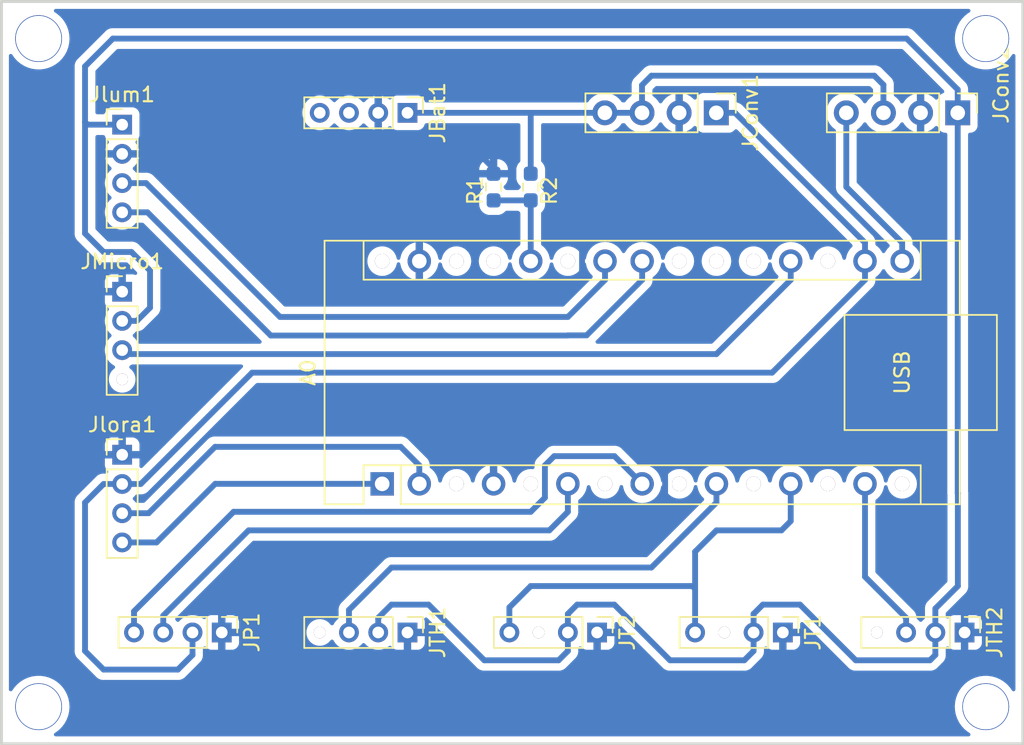
<source format=kicad_pcb>
(kicad_pcb (version 20211014) (generator pcbnew)

  (general
    (thickness 1.6)
  )

  (paper "A4")
  (layers
    (0 "F.Cu" signal)
    (31 "B.Cu" signal)
    (32 "B.Adhes" user "B.Adhesive")
    (33 "F.Adhes" user "F.Adhesive")
    (34 "B.Paste" user)
    (35 "F.Paste" user)
    (36 "B.SilkS" user "B.Silkscreen")
    (37 "F.SilkS" user "F.Silkscreen")
    (38 "B.Mask" user)
    (39 "F.Mask" user)
    (40 "Dwgs.User" user "User.Drawings")
    (41 "Cmts.User" user "User.Comments")
    (42 "Eco1.User" user "User.Eco1")
    (43 "Eco2.User" user "User.Eco2")
    (44 "Edge.Cuts" user)
    (45 "Margin" user)
    (46 "B.CrtYd" user "B.Courtyard")
    (47 "F.CrtYd" user "F.Courtyard")
    (48 "B.Fab" user)
    (49 "F.Fab" user)
    (50 "User.1" user)
    (51 "User.2" user)
    (52 "User.3" user)
    (53 "User.4" user)
    (54 "User.5" user)
    (55 "User.6" user)
    (56 "User.7" user)
    (57 "User.8" user)
    (58 "User.9" user)
  )

  (setup
    (pad_to_mask_clearance 0)
    (pcbplotparams
      (layerselection 0x0001000_fffffffe)
      (disableapertmacros false)
      (usegerberextensions true)
      (usegerberattributes true)
      (usegerberadvancedattributes true)
      (creategerberjobfile true)
      (svguseinch false)
      (svgprecision 6)
      (excludeedgelayer true)
      (plotframeref false)
      (viasonmask false)
      (mode 1)
      (useauxorigin false)
      (hpglpennumber 1)
      (hpglpenspeed 20)
      (hpglpendiameter 15.000000)
      (dxfpolygonmode true)
      (dxfimperialunits true)
      (dxfusepcbnewfont true)
      (psnegative false)
      (psa4output false)
      (plotreference true)
      (plotvalue true)
      (plotinvisibletext false)
      (sketchpadsonfab false)
      (subtractmaskfromsilk false)
      (outputformat 1)
      (mirror false)
      (drillshape 0)
      (scaleselection 1)
      (outputdirectory "")
    )
  )

  (net 0 "")
  (net 1 "TX")
  (net 2 "RX")
  (net 3 "unconnected-(A0-Pad3)")
  (net 4 "GND")
  (net 5 "Dout")
  (net 6 "Psck")
  (net 7 "TH1")
  (net 8 "Temp")
  (net 9 "TH2")
  (net 10 "unconnected-(A0-Pad5)")
  (net 11 "unconnected-(A0-Pad13)")
  (net 12 "unconnected-(A0-Pad7)")
  (net 13 "unconnected-(A0-Pad15)")
  (net 14 "unconnected-(A0-Pad9)")
  (net 15 "Alim")
  (net 16 "unconnected-(A0-Pad18)")
  (net 17 "Micro")
  (net 18 "unconnected-(A0-Pad20)")
  (net 19 "unconnected-(A0-Pad21)")
  (net 20 "unconnected-(A0-Pad22)")
  (net 21 "SDA")
  (net 22 "SCL")
  (net 23 "unconnected-(A0-Pad25)")
  (net 24 "VBat")
  (net 25 "unconnected-(A0-Pad27)")
  (net 26 "unconnected-(A0-Pad28)")
  (net 27 "unconnected-(A0-Pad30)")
  (net 28 "AlimCapt")
  (net 29 "unconnected-(JMicro1-Pad4)")
  (net 30 "unconnected-(JTH1-Pad4)")
  (net 31 "unconnected-(JTH2-Pad4)")
  (net 32 "SHDN")
  (net 33 "unconnected-(A0-Pad11)")
  (net 34 "Net-(JConv1-Pad3)")
  (net 35 "unconnected-(JBat1-Pad3)")
  (net 36 "unconnected-(JBat1-Pad4)")
  (net 37 "unconnected-(JT1-Pad3)")
  (net 38 "unconnected-(JT2-Pad3)")

  (footprint "Connector_PinHeader_2.00mm:PinHeader_1x04_P2.00mm_Vertical" (layer "F.Cu") (at 67.31 75.74))

  (footprint "Resistor_SMD:R_0603_1608Metric_Pad0.98x0.95mm_HandSolder" (layer "F.Cu") (at 95.25 80.01 90))

  (footprint "Connector_PinHeader_2.00mm:PinHeader_1x04_P2.00mm_Vertical" (layer "F.Cu") (at 67.31 98.33))

  (footprint "Connector_PinHeader_2.54mm:PinHeader_1x04_P2.54mm_Vertical" (layer "F.Cu") (at 124.45 74.93 -90))

  (footprint "Connector_PinHeader_2.00mm:PinHeader_1x04_P2.00mm_Vertical" (layer "F.Cu") (at 74.12 110.49 -90))

  (footprint "Connector_PinHeader_2.00mm:PinHeader_1x04_P2.00mm_Vertical" (layer "F.Cu") (at 124.92 110.49 -90))

  (footprint "Connector_PinHeader_2.00mm:PinHeader_1x04_P2.00mm_Vertical" (layer "F.Cu") (at 67.31 87.17))

  (footprint "Connector_PinHeader_2.00mm:PinHeader_1x04_P2.00mm_Vertical" (layer "F.Cu") (at 99.79 110.49 -90))

  (footprint "Connector_PinHeader_2.00mm:PinHeader_1x04_P2.00mm_Vertical" (layer "F.Cu") (at 86.82 110.49 -90))

  (footprint "Module:Arduino_Nano" (layer "F.Cu") (at 85.09 100.32 90))

  (footprint "Connector_PinHeader_2.54mm:PinHeader_1x04_P2.54mm_Vertical" (layer "F.Cu") (at 107.94 74.93 -90))

  (footprint "Resistor_SMD:R_0603_1608Metric_Pad0.98x0.95mm_HandSolder" (layer "F.Cu") (at 92.71 80.01 -90))

  (footprint "Connector_PinHeader_2.00mm:PinHeader_1x04_P2.00mm_Vertical" (layer "F.Cu") (at 112.49 110.49 -90))

  (footprint "Connector_PinHeader_2.00mm:PinHeader_1x04_P2.00mm_Vertical" (layer "F.Cu") (at 86.82 74.93 -90))

  (gr_line (start 59.055 67.31) (end 128.905 67.31) (layer "Edge.Cuts") (width 0.2) (tstamp 0305d3eb-c481-4662-9428-5690b37b8247))
  (gr_line (start 128.905 118.11) (end 59.055 118.11) (layer "Edge.Cuts") (width 0.2) (tstamp 15c07d22-3463-4298-b195-11dac2dca602))
  (gr_line (start 128.905 67.31) (end 128.905 118.11) (layer "Edge.Cuts") (width 0.2) (tstamp 3bd529c6-eb56-4080-8969-32617bf5ea0d))
  (gr_line (start 59.055 118.11) (end 59.055 83.185) (layer "Edge.Cuts") (width 0.2) (tstamp 60680ce7-b6a7-45a4-8c0b-5efc8ac7ccaf))
  (gr_line (start 59.055 83.185) (end 59.055 67.31) (layer "Edge.Cuts") (width 0.2) (tstamp c08f51fb-142d-4f6e-844c-33f85366412b))

  (via (at 61.595 69.85) (size 3.2) (drill 3.1) (layers "F.Cu" "B.Cu") (free) (net 0) (tstamp 90a4e922-eb16-4626-99ec-3ebb61b0a0da))
  (via (at 126.365 69.85) (size 3.2) (drill 3.1) (layers "F.Cu" "B.Cu") (free) (net 0) (tstamp 99896b80-ef9c-4896-9685-1c19183a5f16))
  (via (at 126.365 115.57) (size 3.2) (drill 3.1) (layers "F.Cu" "B.Cu") (free) (net 0) (tstamp af7bdb11-9639-4bba-96fd-088b78555267))
  (via (at 61.595 115.57) (size 3.2) (drill 3.1) (layers "F.Cu" "B.Cu") (free) (net 0) (tstamp d26c22cc-4c5c-446c-ada3-198b8fa21324))
  (segment (start 67.31 104.33) (end 69.66 104.33) (width 0.4) (layer "B.Cu") (net 1) (tstamp 52f55f4a-7874-4907-ab9f-f6d46d5bcbc0))
  (segment (start 73.67 100.32) (end 85.09 100.32) (width 0.4) (layer "B.Cu") (net 1) (tstamp d3118229-cd8b-4acc-8a07-11be97080c99))
  (segment (start 69.66 104.33) (end 73.67 100.32) (width 0.4) (layer "B.Cu") (net 1) (tstamp f1431cdd-bfda-4529-84a3-861699988113))
  (segment (start 69.12 102.33) (end 73.66 97.79) (width 0.4) (layer "B.Cu") (net 2) (tstamp 1bd9c3ac-cc68-4382-a677-fa135fb107ab))
  (segment (start 87.63 99.06) (end 87.63 100.32) (width 0.4) (layer "B.Cu") (net 2) (tstamp 89dc932a-7a6a-46e5-963f-2a1eec951080))
  (segment (start 67.31 102.33) (end 69.12 102.33) (width 0.4) (layer "B.Cu") (net 2) (tstamp 8e130fc1-a612-46b9-bffb-d0c18d66bce2))
  (segment (start 73.66 97.79) (end 86.36 97.79) (width 0.4) (layer "B.Cu") (net 2) (tstamp a4130bca-b857-4c6b-bbd5-8646320c517d))
  (segment (start 86.36 97.79) (end 87.63 99.06) (width 0.4) (layer "B.Cu") (net 2) (tstamp cf61b208-a273-4e1c-958b-825a18fc2455))
  (segment (start 98.760001 86.024999) (end 98.760001 83.484999) (width 0.4) (layer "B.Cu") (net 4) (tstamp 0e2a14df-31b1-4338-b370-46655ec744ed))
  (segment (start 124.92 112.57) (end 124.92 110.49) (width 0.4) (layer "B.Cu") (net 4) (tstamp 0f9c7f43-a28b-4aa4-98ea-1957bbc3af24))
  (segment (start 87.63 77.47) (end 85.725 77.47) (width 0.4) (layer "B.Cu") (net 4) (tstamp 12192471-9a85-41fb-ae4a-52d21fb3a364))
  (segment (start 65.23 87.17) (end 63.5 88.9) (width 0.4) (layer "B.Cu") (net 4) (tstamp 155d67b7-86eb-499b-87f8-edc2f969d126))
  (segment (start 84.82 74.93) (end 84.82 76.565) (width 0.4) (layer "B.Cu") (net 4) (tstamp 1d7a7f15-71c2-4490-9778-aef948fe2764))
  (segment (start 99.695 114.3) (end 112.395 114.3) (width 0.4) (layer "B.Cu") (net 4) (tstamp 24fca9f8-132e-4940-958a-c077fa4713df))
  (segment (start 122.555 77.47) (end 122.555 95.25) (width 0.4) (layer "B.Cu") (net 4) (tstamp 258f212d-2960-4b3d-9088-f1f5107aa58e))
  (segment (start 63.595 98.33) (end 63.5 98.425) (width 0.4) (layer "B.Cu") (net 4) (tstamp 295ecc1f-c05f-468b-9ccf-569901ba436f))
  (segment (start 107.315 96.52) (end 104.439999 96.52) (width 0.4) (layer "B.Cu") (net 4) (tstamp 2a002ac0-4fbf-4067-b057-ad5b85315427))
  (segment (start 97.155 87.63) (end 98.760001 86.024999) (width 0.4) (layer "B.Cu") (net 4) (tstamp 38d922e9-9c2a-43c2-a1ef-ed6bb5398923))
  (segment (start 86.82 114.125) (end 86.995 114.3) (width 0.4) (layer "B.Cu") (net 4) (tstamp 3a1871d6-9c83-4276-9054-64c1cca3f49f))
  (segment (start 104.439999 101.935001) (end 101.6 104.775) (width 0.4) (layer "B.Cu") (net 4) (tstamp 3b95d1d0-c1f1-43a2-a5b7-603d0da17b83))
  (segment (start 86.995 114.3) (end 99.695 114.3) (width 0.4) (layer "B.Cu") (net 4) (tstamp 42640986-17cd-4a0b-aa8c-de8f15fa2bf8))
  (segment (start 84.82 74.93) (end 84.82 72.66) (width 0.4) (layer "B.Cu") (net 4) (tstamp 43fa9471-fef9-4cb4-9fd9-d8b1aae2bf74))
  (segment (start 63.5 99.06) (end 63.5 89.535) (width 0.4) (layer "B.Cu") (net 4) (tstamp 4f3ec831-2261-4719-92f4-0ea861ccf255))
  (segment (start 78.74 104.775) (end 74.12 109.395) (width 0.4) (layer "B.Cu") (net 4) (tstamp 5525ae8e-f01f-4e12-88fc-925b5816ec86))
  (segment (start 105.4 76.845) (end 105.4 74.93) (width 0.4) (layer "B.Cu") (net 4) (tstamp 5846b192-28d0-47f5-b9cd-46159fb74e3c))
  (segment (start 63.5 99.06) (end 63.5 113.03) (width 0.4) (layer "B.Cu") (net 4) (tstamp 587d1d58-01f1-4853-8813-61838f7aecca))
  (segment (start 101.6 104.775) (end 78.74 104.775) (width 0.4) (layer "B.Cu") (net 4) (tstamp 637f223f-2db0-4d25-a1a7-ee0fd9bf962c))
  (segment (start 112.49 114.205) (end 112.395 114.3) (width 0.4) (layer "B.Cu") (net 4) (tstamp 6395000c-7d8a-4738-a37a-c710d9894f02))
  (segment (start 74.12 109.395) (end 74.12 110.49) (width 0.4) (layer "B.Cu") (net 4) (tstamp 63e8e872-650c-4eab-8eec-bba4e1d46d54))
  (segment (start 67.31 98.33) (end 63.595 98.33) (width 0.4) (layer "B.Cu") (net 4) (tstamp 71423859-05b4-43f8-ab53-ba082eb9ccfe))
  (segment (start 87.63 85.08) (end 87.63 87.63) (width 0.4) (layer "B.Cu") (net 4) (tstamp 71f10622-5c60-4e81-8baf-b11b716d96ce))
  (segment (start 84.82 76.565) (end 85.725 77.47) (width 0.4) (layer "B.Cu") (net 4) (tstamp 72085526-f2e3-44de-8d4e-70ec05d65b9e))
  (segment (start 67.31 87.17) (end 65.23 87.17) (width 0.4) (layer "B.Cu") (net 4) (tstamp 7b97e258-6593-4dab-b5e7-939292798b1d))
  (segment (start 121.285 96.52) (end 104.775 96.52) (width 0.4) (layer "B.Cu") (net 4) (tstamp 7cfb17f6-74f6-4821-a81f-f68d69d8a19c))
  (segment (start 86.82 110.49) (end 86.82 114.125) (width 0.4) (layer "B.Cu") (net 4) (tstamp 7e3455dc-6ccd-4d27-9a34-63c4fcbfced1))
  (segment (start 93.98 96.52) (end 92.71 97.79) (width 0.4) (layer "B.Cu") (net 4) (tstamp 87f66fa7-71b0-4d46-9b36-736e35bf79ca))
  (segment (start 87.63 85.08) (end 87.63 77.47) (width 0.4) (layer "B.Cu") (net 4) (tstamp 883b0180-620d-4100-8b7d-4dc4102c2bb4))
  (segment (start 121.91 74.93) (end 121.91 76.825) (width 0.4) (layer "B.Cu") (net 4) (tstamp 89d989da-e1a3-448e-aa53-827696c44738))
  (segment (start 86.36 71.12) (end 120.015 71.12) (width 0.4) (layer "B.Cu") (net 4) (tstamp 8a5d9302-6506-4076-b694-b7c1b0e26267))
  (segment (start 99.79 110.49) (end 99.79 114.205) (width 0.4) (layer "B.Cu") (net 4) (tstamp 8e8f900a-7c68-4f63-9b81-15822e5aec51))
  (segment (start 63.5 113.03) (end 64.77 114.3) (width 0.4) (layer "B.Cu") (net 4) (tstamp 90efb2e2-6bad-4aed-a6d0-a5111fdf5a6c))
  (segment (start 121.91 76.825) (end 122.555 77.47) (width 0.4) (layer "B.Cu") (net 4) (tstamp 92dce26a-13e8-4765-8ffa-4c6c1d048932))
  (segment (start 68.85 77.74) (end 78.74 87.63) (width 0.4) (layer "B.Cu") (net 4) (tstamp 932b070e-3e7f-4dbc-a84c-3df097a9519f))
  (segment (start 63.5 98.425) (end 63.5 99.06) (width 0.4) (layer "B.Cu") (net 4) (tstamp 93651d28-12b0-479b-82cf-83720cd6d924))
  (segment (start 92.71 78.74) (end 91.44 77.47) (width 0.4) (layer "B.Cu") (net 4) (tstamp 981beead-83e5-4eb2-a744-e5ad934b2d2f))
  (segment (start 112.395 114.3) (end 123.19 114.3) (width 0.4) (layer "B.Cu") (net 4) (tstamp 9ea9dcb7-81e5-45ed-b6c6-e0774c7d1b77))
  (segment (start 84.82 72.66) (end 86.36 71.12) (width 0.4) (layer "B.Cu") (net 4) (tstamp 9fcc30c5-1371-41bc-b435-caf964d07d83))
  (segment (start 104.439999 96.52) (end 104.439999 101.935001) (width 0.4) (layer "B.Cu") (net 4) (tstamp a17125a6-fc9a-48f5-bb1b-9d9ba2e1a78f))
  (segment (start 92.71 97.79) (end 92.71 100.32) (width 0.4) (layer "B.Cu") (net 4) (tstamp ad8cd222-5b3f-47f2-88e7-4e7b6be68326))
  (segment (start 92.71 79.0975) (end 92.71 78.74) (width 0.4) (layer "B.Cu") (net 4) (tstamp af18dd38-457b-4ea3-9451-3b93c1a6a672))
  (segment (start 87.63 87.63) (end 91.44 87.63) (width 0.4) (layer "B.Cu") (net 4) (tstamp bfbe84de-6c9c-4b40-a11d-9ec6ac8968f8))
  (segment (start 123.19 114.3) (end 124.92 112.57) (width 0.4) (layer "B.Cu") (net 4) (tstamp c042e717-4976-4730-b0cd-5125f79c92aa))
  (segment (start 98.760001 83.484999) (end 105.4 76.845) (width 0.4) (layer "B.Cu") (net 4) (tstamp c19ebee1-2e5e-43d3-98dd-d877846408e4))
  (segment (start 120.015 71.12) (end 121.91 73.015) (width 0.4) (layer "B.Cu") (net 4) (tstamp d2ba2a85-646f-43a5-86d5-436b02cf8ee3))
  (segment (start 78.74 87.63) (end 91.44 87.63) (width 0.4) (layer "B.Cu") (net 4) (tstamp d5174e21-2053-4170-a863-21ddac130bf7))
  (segment (start 91.44 87.63) (end 97.155 87.63) (width 0.4) (layer "B.Cu") (net 4) (tstamp d92e191f-35c9-4967-93f3-3d1071b0f476))
  (segment (start 73.025 114.3) (end 64.77 114.3) (width 0.4) (layer "B.Cu") (net 4) (tstamp d9d36ef6-0ec2-4bc8-8e0c-98cfb7ff27b5))
  (segment (start 63.5 89.17) (end 63.5 88.9) (width 0.25) (layer "B.Cu") (net 4) (tstamp da0f9381-040e-4023-be6e-ea3987965186))
  (segment (start 74.12 114.3) (end 73.025 114.3) (width 0.4) (layer "B.Cu") (net 4) (tstamp daec64bd-452c-4bc2-9319-f1b05c893387))
  (segment (start 91.44 77.47) (end 87.63 77.47) (width 0.4) (layer "B.Cu") (net 4) (tstamp e19d5ff6-caab-4ae1-9094-25f2b3249095))
  (segment (start 63.5 88.9) (end 63.5 89.535) (width 0.4) (layer "B.Cu") (net 4) (tstamp e1ba88f3-d3f8-4be6-8678-7cb618564340))
  (segment (start 104.775 96.52) (end 93.98 96.52) (width 0.4) (layer "B.Cu") (net 4) (tstamp e9b6bdad-9065-42d6-8041-ff4e5b2a3856))
  (segment (start 73.025 114.3) (end 86.995 114.3) (width 0.4) (layer "B.Cu") (net 4) (tstamp ef7c6803-eec5-4615-a816-ec578b08313a))
  (segment (start 74.12 110.49) (end 74.12 114.3) (width 0.4) (layer "B.Cu") (net 4) (tstamp f264621e-6891-4bcb-9d27-f055e58031e6))
  (segment (start 67.31 77.74) (end 68.85 77.74) (width 0.4) (layer "B.Cu") (net 4) (tstamp f39577fd-30d2-45e7-921d-228af297ff4f))
  (segment (start 122.555 95.25) (end 121.285 96.52) (width 0.4) (layer "B.Cu") (net 4) (tstamp f5daf631-cac2-4bdb-9200-c2dda6feab96))
  (segment (start 99.79 114.205) (end 99.695 114.3) (width 0.4) (layer "B.Cu") (net 4) (tstamp f6b016db-d269-48fa-bf31-9e67866d21ec))
  (segment (start 112.49 110.49) (end 112.49 114.205) (width 0.4) (layer "B.Cu") (net 4) (tstamp f6e5e9ee-a2b8-4b15-9371-0ff4b577b42f))
  (segment (start 121.91 73.015) (end 121.91 74.93) (width 0.4) (layer "B.Cu") (net 4) (tstamp fbcc89bb-cd36-46cb-9cfd-825caee9121b))
  (segment (start 70.12 110.49) (end 70.12 109.338528) (width 0.4) (layer "B.Cu") (net 5) (tstamp 040e233b-7dc8-465c-9c69-1e237445d2cc))
  (segment (start 75.953528 103.505) (end 96.52 103.505) (width 0.4) (layer "B.Cu") (net 5) (tstamp 595b248b-88ff-459f-b7ff-1dd7e736f958))
  (segment (start 97.79 102.235) (end 97.79 100.32) (width 0.4) (layer "B.Cu") (net 5) (tstamp 602d19ec-b0ac-49a3-bfda-562a8ecd8c16))
  (segment (start 70.12 109.338528) (end 75.953528 103.505) (width 0.4) (layer "B.Cu") (net 5) (tstamp 72b2fdef-d535-4944-b171-cdb4ec62a86c))
  (segment (start 96.52 103.505) (end 97.79 102.235) (width 0.4) (layer "B.Cu") (net 5) (tstamp f5a0a2f1-408f-43a5-8e78-d81c952275ee))
  (segment (start 96.220001 101.264999) (end 96.220001 99.06) (width 0.4) (layer "B.Cu") (net 6) (tstamp 3e3c4e08-0c7f-46a2-af37-e8b481e3afb5))
  (segment (start 100.975 98.425) (end 102.87 100.32) (width 0.4) (layer "B.Cu") (net 6) (tstamp 3e5b2ec4-f85e-4538-ae7e-e341d6e32f31))
  (segment (start 95.25 102.235) (end 96.220001 101.264999) (width 0.4) (layer "B.Cu") (net 6) (tstamp 3ed5a84f-d4bb-42df-9b29-8aa3790831ef))
  (segment (start 68.12 109.045) (end 74.93 102.235) (width 0.4) (layer "B.Cu") (net 6) (tstamp 5a100e8a-1363-4a14-b844-495086220782))
  (segment (start 96.855001 98.425) (end 100.975 98.425) (width 0.4) (layer "B.Cu") (net 6) (tstamp af5744cc-d627-49e8-9de8-d9b698868069))
  (segment (start 96.220001 99.06) (end 96.855001 98.425) (width 0.4) (layer "B.Cu") (net 6) (tstamp b40cdf2e-78c9-4856-9c63-16c950b72788))
  (segment (start 74.93 102.235) (end 95.25 102.235) (width 0.4) (layer "B.Cu") (net 6) (tstamp c6dfeee9-82af-43ab-9465-e0f64963b0a0))
  (segment (start 102.87 100.33) (end 102.87 100.32) (width 0.4) (layer "B.Cu") (net 6) (tstamp cc184f8b-bd0e-4950-9146-6eb01514eee6))
  (segment (start 68.12 110.49) (end 68.12 109.045) (width 0.4) (layer "B.Cu") (net 6) (tstamp e283c49a-aa63-4401-9f70-866103a33fbb))
  (segment (start 82.82 108.95) (end 85.725 106.045) (width 0.4) (layer "B.Cu") (net 7) (tstamp 1e592b12-b925-40bc-9dd9-84e7e53eb6a7))
  (segment (start 85.725 106.045) (end 103.505 106.045) (width 0.4) (layer "B.Cu") (net 7) (tstamp 6a0939b3-3fe1-4361-b742-ef490ff16cf4))
  (segment (start 107.95 101.6) (end 107.95 100.32) (width 0.4) (layer "B.Cu") (net 7) (tstamp 84075adb-f18e-4f22-9ff6-1113cbf46647))
  (segment (start 82.82 110.49) (end 82.82 108.95) (width 0.4) (layer "B.Cu") (net 7) (tstamp ca3ed028-888b-4988-abeb-aff3063ca291))
  (segment (start 103.505 106.045) (end 107.95 101.6) (width 0.4) (layer "B.Cu") (net 7) (tstamp d99dc643-4c6a-4bc8-986f-75605505c443))
  (segment (start 112.395 103.505) (end 113.03 102.87) (width 0.4) (layer "B.Cu") (net 8) (tstamp 4304a088-4887-465c-a787-6e3c92a984fc))
  (segment (start 106.3 107.315) (end 106.49 107.505) (width 0.4) (layer "B.Cu") (net 8) (tstamp 43094e43-e7cb-4416-a959-3ec27dedd452))
  (segment (start 93.79 110.49) (end 93.79 108.775) (width 0.4) (layer "B.Cu") (net 8) (tstamp 450cf0fa-f553-40d7-9284-b817d63154ee))
  (segment (start 106.49 104.965) (end 107.95 103.505) (width 0.4) (layer "B.Cu") (net 8) (tstamp 453d34b4-2458-43f4-8822-6a78ff8a9bd1))
  (segment (start 106.49 110.49) (end 106.49 107.505) (width 0.4) (layer "B.Cu") (net 8) (tstamp 566cd308-1813-4d72-87e6-d51038601aa6))
  (segment (start 93.79 108.775) (end 95.25 107.315) (width 0.4) (layer "B.Cu") (net 8) (tstamp b2d1bfc1-a8aa-476b-998b-3ae39a711ba8))
  (segment (start 113.03 102.87) (end 113.03 100.32) (width 0.4) (layer "B.Cu") (net 8) (tstamp c30fda3a-29fd-4985-bfa1-12adae7e3d58))
  (segment (start 106.49 107.505) (end 106.49 104.965) (width 0.4) (layer "B.Cu") (net 8) (tstamp d99f040c-9732-40e2-99e6-2850f94383ec))
  (segment (start 95.25 107.315) (end 106.3 107.315) (width 0.4) (layer "B.Cu") (net 8) (tstamp e9577f16-dab3-4d3e-9c0d-07c938657900))
  (segment (start 107.95 103.505) (end 112.395 103.505) (width 0.4) (layer "B.Cu") (net 8) (tstamp ebb344ec-4adb-4683-9ab1-a7d4eb821c67))
  (segment (start 118.11 106.68) (end 118.11 100.32) (width 0.4) (layer "B.Cu") (net 9) (tstamp 2c99ebb1-b219-467c-aec5-d67bd10b66e0))
  (segment (start 120.92 110.49) (end 120.92 109.49) (width 0.4) (layer "B.Cu") (net 9) (tstamp 32a65c3d-f414-48f3-9406-47b48d7200a2))
  (segment (start 120.92 109.49) (end 118.11 106.68) (width 0.4) (layer "B.Cu") (net 9) (tstamp 9616d29f-30c1-474f-b626-abfe39b2e077))
  (segment (start 111.76 92.71) (end 118.11 86.36) (width 0.4) (layer "B.Cu") (net 15) (tstamp 12545487-5465-4b39-8386-f6e52bbf4f5d))
  (segment (start 67.31 100.33) (end 68.58 100.33) (width 0.4) (layer "B.Cu") (net 15) (tstamp 1436ad56-fcb5-40ca-8a91-ebd32b505c05))
  (segment (start 67.31 100.33) (end 66.04 100.33) (width 0.4) (layer "B.Cu") (net 15) (tstamp 2b90a1ae-d995-4cd1-81f6-fa06b38810b5))
  (segment (start 66.04 100.33) (end 64.77 101.6) (width 0.4) (layer "B.Cu") (net 15) (tstamp 3decfcfd-71ab-4a33-9088-38e78f91d799))
  (segment (start 107.94 74.93) (end 109.22 74.93) (width 0.4) (layer "B.Cu") (net 15) (tstamp 5897d9d9-ec78-4162-8436-9d5c57f5c1b3))
  (segment (start 72.12 112.03) (end 72.12 110.49) (width 0.4) (layer "B.Cu") (net 15) (tstamp 6d69f4ff-8962-4def-b9a0-63636012c073))
  (segment (start 118.11 86.36) (end 118.11 85.08) (width 0.4) (layer "B.Cu") (net 15) (tstamp 742cf60b-a218-490f-8129-5c87576d34ba))
  (segment (start 66.04 113.03) (end 71.12 113.03) (width 0.4) (layer "B.Cu") (net 15) (tstamp 8ba6d2e7-dd4f-4cfd-adb1-e477ffc61d92))
  (segment (start 64.77 111.76) (end 66.04 113.03) (width 0.4) (layer "B.Cu") (net 15) (tstamp 8c4c1522-f7e4-457c-84d6-d27f4e0c997c))
  (segment (start 109.22 74.93) (end 118.11 83.82) (width 0.4) (layer "B.Cu") (net 15) (tstamp ae829d03-29b4-4c59-86a2-e5f0e14b4705))
  (segment (start 76.2 92.71) (end 111.76 92.71) (width 0.4) (layer "B.Cu") (net 15) (tstamp b49e576c-eb32-4af2-8069-fadbb7c260dc))
  (segment (start 118.11 83.82) (end 118.11 85.08) (width 0.4) (layer "B.Cu") (net 15) (tstamp cd9cab56-5059-4dc0-bfb2-a303ff269bff))
  (segment (start 64.77 101.6) (end 64.77 111.76) (width 0.4) (layer "B.Cu") (net 15) (tstamp cf354ef0-2d3f-473e-afbe-b6076344fd2f))
  (segment (start 71.12 113.03) (end 72.12 112.03) (width 0.4) (layer "B.Cu") (net 15) (tstamp d5d85c32-1e21-4881-8bbd-f799b1253045))
  (segment (start 68.58 100.33) (end 76.2 92.71) (width 0.4) (layer "B.Cu") (net 15) (tstamp da7528b5-3994-4fa3-930d-d421c217f652))
  (segment (start 67.58 91.44) (end 107.95 91.44) (width 0.4) (layer "B.Cu") (net 17) (tstamp 399a6439-5c81-45a7-bff6-39e0ab2a4d91))
  (segment (start 67.31 91.17) (end 67.58 91.44) (width 0.4) (layer "B.Cu") (net 17) (tstamp 620f3975-aa9a-486b-b7f3-3551bde34672))
  (segment (start 107.95 91.44) (end 113.03 86.36) (width 0.4) (layer "B.Cu") (net 17) (tstamp 7025a079-f549-44da-840d-a44a4df0582f))
  (segment (start 113.03 86.36) (end 113.03 85.08) (width 0.4) (layer "B.Cu") (net 17) (tstamp 762fc707-8185-4901-bcc9-85bcf047d859))
  (segment (start 69.04 81.74) (end 67.31 81.74) (width 0.4) (layer "B.Cu") (net 21) (tstamp 038e1631-75b1-470b-913f-9dbd9f37cd3c))
  (segment (start 102.87 85.08) (end 102.87 86.36) (width 0.4) (layer "B.Cu") (net 21) (tstamp 114f5313-fdc0-424e-8026-1f9665eb23c7))
  (segment (start 97.79 90.17) (end 77.47 90.17) (width 0.4) (layer "B.Cu") (net 21) (tstamp 36cc7362-12b7-4c67-83c3-b57385536a55))
  (segment (start 97.79 90.16) (end 97.79 90.17) (width 0.25) (layer "B.Cu") (net 21) (tstamp 37d62921-3fa6-4546-b2f6-53eecc6f0aac))
  (segment (start 77.47 90.17) (end 69.04 81.74) (width 0.4) (layer "B.Cu") (net 21) (tstamp 4d922388-c3ad-4a82-92c7-4f7c24bdaf68))
  (segment (start 102.87 86.36) (end 99.07 90.16) (width 0.4) (layer "B.Cu") (net 21) (tstamp e6ab077b-d102-49f0-b072-a4a0a1e35703))
  (segment (start 99.07 90.16) (end 97.79 90.16) (width 0.4) (layer "B.Cu") (net 21) (tstamp f826db2e-c434-4f46-a093-a8e0611e148c))
  (segment (start 97.79 88.9) (end 78.105 88.9) (width 0.4) (layer "B.Cu") (net 22) (tstamp 024d1898-7896-43e9-8b77-15e7bd1f0e33))
  (segment (start 100.33 85.08) (end 100.33 86.36) (width 0.4) (layer "B.Cu") (net 22) (tstamp 081b34d1-01ed-4cff-8d4c-33aeea9f8bf5))
  (segment (start 100.33 86.36) (end 97.79 88.9) (width 0.4) (layer "B.Cu") (net 22) (tstamp 2dcf54ba-c4f9-45cf-9a01-b5cd7fa29546))
  (segment (start 78.105 88.9) (end 68.945 79.74) (width 0.4) (layer "B.Cu") (net 22) (tstamp 3c06bc3e-b025-421c-8822-2417ec00eb76))
  (segment (start 68.945 79.74) (end 67.31 79.74) (width 0.4) (layer "B.Cu") (net 22) (tstamp 4db6e353-bd68-4e74-a304-75e61e8b575c))
  (segment (start 95.25 80.9225) (end 95.25 85.08) (width 0.4) (layer "B.Cu") (net 24) (tstamp 1a266882-7fd1-41ce-a26f-478bb55e0a72))
  (segment (start 92.71 80.9225) (end 95.25 80.9225) (width 0.4) (layer "B.Cu") (net 24) (tstamp e4ea2e76-1769-45cb-8100-eb4beb215672))
  (segment (start 122.92 110.49) (end 122.92 112.03) (width 0.4) (layer "B.Cu") (net 28) (tstamp 135c08de-3dfc-496a-9da4-1dc5666da6dd))
  (segment (start 68.31 89.17) (end 67.31 89.17) (width 0.4) (layer "B.Cu") (net 28) (tstamp 16ad5b93-80c3-4ac7-8f2f-f4c8c0ffe82b))
  (segment (start 88.265 108.585) (end 85.725 108.585) (width 0.4) (layer "B.Cu") (net 28) (tstamp 1b786230-21d3-4e77-a167-48ec903095ec))
  (segment (start 124.45 73.3375) (end 120.9625 69.85) (width 0.4) (layer "B.Cu") (net 28) (tstamp 327e1320-efa2-4c5a-a03f-9a806f067762))
  (segment (start 69.215 85.725) (end 69.215 88.265) (width 0.4) (layer "B.Cu") (net 28) (tstamp 3f2d15ab-0353-483c-bbbb-026ea548efb3))
  (segment (start 124.45 100.955) (end 124.46 100.965) (width 0.4) (layer "B.Cu") (net 28) (tstamp 40cbdd73-893f-4038-bc3f-ee055d0c6f33))
  (segment (start 67.945 84.455) (end 69.215 85.725) (width 0.4) (layer "B.Cu") (net 28) (tstamp 42d042fc-8888-498b-87f2-99cf35ca6647))
  (segment (start 97.79 109.22) (end 97.79 110.49) (width 0.4) (layer "B.Cu") (net 28) (tstamp 42db95b7-d3dc-48a4-aa91-2b0865333d4b))
  (segment (start 117.475 112.395) (end 113.665 108.585) (width 0.4) (layer "B.Cu") (net 28) (tstamp 4ef57a57-9d58-4771-baf7-b55cdc21ac24))
  (segment (start 110.49 111.76) (end 109.855 112.395) (width 0.4) (layer "B.Cu") (net 28) (tstamp 50ca505d-b0b4-4896-9701-9dcbc8cb1ba8))
  (segment (start 84.82 109.49) (end 84.82 110.49) (width 0.4) (layer "B.Cu") (net 28) (tstamp 56bbe49d-b71a-4f1b-816d-166e18e1f81c))
  (segment (start 66.04 84.455) (end 67.945 84.455) (width 0.4) (layer "B.Cu") (net 28) (tstamp 59f3cb35-102e-4a2d-9ebd-2512fc119343))
  (segment (start 110.49 110.49) (end 110.49 111.76) (width 0.4) (layer "B.Cu") (net 28) (tstamp 5d936d37-4ec2-4082-930b-38a31c20b100))
  (segment (start 66.675 69.85) (end 64.77 71.755) (width 0.4) (layer "B.Cu") (net 28) (tstamp 75dd73dd-faae-406a-a852-85e84c219d7e))
  (segment (start 120.9625 69.85) (end 66.675 69.85) (width 0.4) (layer "B.Cu") (net 28) (tstamp 79e886fa-79bf-462e-a34c-f43c7aa7012b))
  (segment (start 69.215 88.265) (end 68.31 89.17) (width 0.4) (layer "B.Cu") (net 28) (tstamp 8108555e-6a34-4db6-9a0f-6a70874a4cb8))
  (segment (start 122.555 112.395) (end 117.475 112.395) (width 0.4) (layer "B.Cu") (net 28) (tstamp 86d159ff-3db6-423f-bda3-e28659c621ee))
  (segment (start 104.775 112.395) (end 100.965 108.585) (width 0.4) (layer "B.Cu") (net 28) (tstamp 88ac4b87-0fab-4b29-85a5-62d0ac8816c9))
  (segment (start 124.45 74.93) (end 124.45 100.955) (width 0.4) (layer "B.Cu") (net 28) (tstamp 8d0e1e0d-8b08-4514-89bf-6276a10f2b1c))
  (segment (start 124.46 100.965) (end 124.46 107.315) (width 0.4) (layer "B.Cu") (net 28) (tstamp 923a9016-c4c0-4b4a-8c2d-dc59a46ac7b3))
  (segment (start 64.77 75.565) (end 64.77 83.185) (width 0.4) (layer "B.Cu") (net 28) (tstamp ac075281-50a2-49fb-8889-1a58de2f9922))
  (segment (start 97.79 110.49) (end 97.79 111.76) (width 0.4) (layer "B.Cu") (net 28) (tstamp ad3a272e-f2bb-40fe-a112-cd40dce3b07a))
  (segment (start 111.125 108.585) (end 110.49 109.22) (width 0.4) (layer "B.Cu") (net 28) (tstamp b4087690-7ac1-4de1-8b96-16816f3543d9))
  (segment (start 97.155 112.395) (end 92.075 112.395) (width 0.4) (layer "B.Cu") (net 28) (tstamp bcdcb636-b825-466e-ba3f-80ccefb92102))
  (segment (start 124.45 74.93) (end 124.45 73.3375) (width 0.4) (layer "B.Cu") (net 28) (tstamp c0b606ab-e9f4-4852-b8b6-b7b03225664c))
  (segment (start 85.725 108.585) (end 84.82 109.49) (width 0.4) (layer "B.Cu") (net 28) (tstamp c2acbbf1-a37d-4d78-841b-3ffb38245af3))
  (segment (start 98.425 108.585) (end 97.79 109.22) (width 0.4) (layer "B.Cu") (net 28) (tstamp c9602446-d45b-4db6-a942-3d26aac3b702))
  (segment (start 64.945 75.74) (end 64.77 75.565) (width 0.4) (layer "B.Cu") (net 28) (tstamp caecc81d-bced-4d7b-a0af-5d12a52c29c5))
  (segment (start 67.31 75.74) (end 64.945 75.74) (width 0.4) (layer "B.Cu") (net 28) (tstamp d0be402e-d7a0-4e79-8307-9a1bfd894809))
  (segment (start 113.665 108.585) (end 111.125 108.585) (width 0.4) (layer "B.Cu") (net 28) (tstamp d6c5fc1f-4605-487b-a53f-fd9034a32d1a))
  (segment (start 122.92 112.03) (end 122.555 112.395) (width 0.4) (layer "B.Cu") (net 28) (tstamp d8a8d8e6-bfd6-4ceb-b42e-9510188c4e8a))
  (segment (start 97.79 111.76) (end 97.155 112.395) (width 0.4) (layer "B.Cu") (net 28) (tstamp da627b84-232d-4711-a814-75b41cd1b740))
  (segment (start 124.46 107.315) (end 122.92 108.855) (width 0.4) (layer "B.Cu") (net 28) (tstamp dbba4aa2-5d49-48c7-8844-ac9739df79d4))
  (segment (start 110.49 109.22) (end 110.49 110.49) (width 0.4) (layer "B.Cu") (net 28) (tstamp dd2701dc-28f7-48ab-99c2-dd57de219f1c))
  (segment (start 92.075 112.395) (end 88.265 108.585) (width 0.4) (layer "B.Cu") (net 28) (tstamp ed953ff7-859b-4146-a530-53b386c02fe5))
  (segment (start 122.92 108.855) (end 122.92 110.49) (width 0.4) (layer "B.Cu") (net 28) (tstamp ef040411-5e7f-4242-92d5-260961dc1feb))
  (segment (start 109.855 112.395) (end 104.775 112.395) (width 0.4) (layer "B.Cu") (net 28) (tstamp f6764ee5-c901-4bb8-a120-cf128414ab04))
  (segment (start 100.965 108.585) (end 98.425 108.585) (width 0.4) (layer "B.Cu") (net 28) (tstamp f8e797dd-2bc7-40da-8769-825f66f3093b))
  (segment (start 64.77 83.185) (end 66.04 84.455) (width 0.4) (layer "B.Cu") (net 28) (tstamp f9e31cdc-72c3-4d31-8248-4e43a4d8f60f))
  (segment (start 64.77 71.755) (end 64.77 75.565) (width 0.4) (layer "B.Cu") (net 28) (tstamp ff824b5b-05fa-4aa9-8a2e-5c935f1907d6))
  (segment (start 116.83 74.93) (end 116.83 80) (width 0.4) (layer "B.Cu") (net 32) (tstamp 0e088a5b-01f8-4d48-8e65-46083d63249c))
  (segment (start 120.65 83.82) (end 120.65 85.08) (width 0.4) (layer "B.Cu") (net 32) (tstamp 92bfb660-1c92-4e3f-bf4b-ff485dc006fd))
  (segment (start 116.83 80) (end 120.65 83.82) (width 0.4) (layer "B.Cu") (net 32) (tstamp e3e7b450-b97d-4412-8dba-53ff93fc0863))
  (segment (start 86.82 74.93) (end 100.32 74.93) (width 0.4) (layer "B.Cu") (net 34) (tstamp 1e6533c6-83d4-4e69-8ef6-26a67720b45d))
  (segment (start 102.86 73.035) (end 103.505 72.39) (width 0.4) (layer "B.Cu") (net 34) (tstamp 2077a3d2-8976-4477-b08c-d24640a2fc81))
  (segment (start 100.32 74.93) (end 102.86 74.93) (width 0.4) (layer "B.Cu") (net 34) (tstamp 251af16a-d3a0-4fd9-a3e2-6b610b7b1440))
  (segment (start 119.37 73.015) (end 119.37 74.93) (width 0.4) (layer "B.Cu") (net 34) (tstamp 5bb12635-880c-420b-b28d-574e4cfdca62))
  (segment (start 95.25 79.0975) (end 95.25 74.93) (width 0.4) (layer "B.Cu") (net 34) (tstamp 9031f2fd-25a4-4af2-b651-e9a3ce677a8b))
  (segment (start 118.745 72.39) (end 119.37 73.015) (width 0.4) (layer "B.Cu") (net 34) (tstamp 98ba701b-8062-4d22-a7f4-20311e069716))
  (segment (start 102.86 74.93) (end 102.86 73.035) (width 0.4) (layer "B.Cu") (net 34) (tstamp acd06bc2-f29f-45e3-a2d8-7622a60a3d73))
  (segment (start 103.505 72.39) (end 118.745 72.39) (width 0.4) (layer "B.Cu") (net 34) (tstamp da394d23-67e0-4c3e-adfe-4eced5d8cc76))

  (zone (net 4) (net_name "GND") (layer "B.Cu") (tstamp d7d31347-fccb-447c-8314-2f53d215b4dd) (hatch edge 0.508)
    (connect_pads (clearance 0.508))
    (min_thickness 0.254) (filled_areas_thickness no)
    (fill yes (thermal_gap 0.508) (thermal_bridge_width 0.508))
    (polygon
      (pts
        (xy 128.905 118.11)
        (xy 59.055 118.11)
        (xy 59.055 67.31)
        (xy 128.905 67.31)
      )
    )
    (filled_polygon
      (layer "B.Cu")
      (pts
        (xy 125.265757 67.838502)
        (xy 125.31225 67.892158)
        (xy 125.322354 67.962432)
        (xy 125.29286 68.027012)
        (xy 125.262342 68.052616)
        (xy 125.162521 68.112357)
        (xy 125.162517 68.11236)
        (xy 125.158839 68.114561)
        (xy 124.934472 68.294313)
        (xy 124.736577 68.502851)
        (xy 124.568814 68.736317)
        (xy 124.434288 68.990392)
        (xy 124.432813 68.994423)
        (xy 124.344524 69.235685)
        (xy 124.335489 69.260373)
        (xy 124.274245 69.541264)
        (xy 124.251689 69.827869)
        (xy 124.268238 70.114883)
        (xy 124.269063 70.119088)
        (xy 124.269064 70.119096)
        (xy 124.30101 70.281921)
        (xy 124.323586 70.396995)
        (xy 124.324973 70.401045)
        (xy 124.324974 70.40105)
        (xy 124.38573 70.578502)
        (xy 124.41671 70.668986)
        (xy 124.418637 70.672817)
        (xy 124.531826 70.897868)
        (xy 124.545885 70.925822)
        (xy 124.708721 71.16275)
        (xy 124.711608 71.165923)
        (xy 124.711609 71.165924)
        (xy 124.8631 71.332411)
        (xy 124.902206 71.375388)
        (xy 124.905501 71.378143)
        (xy 124.905502 71.378144)
        (xy 125.09268 71.534648)
        (xy 125.122759 71.559798)
        (xy 125.366298 71.712571)
        (xy 125.628318 71.830877)
        (xy 125.697563 71.851388)
        (xy 125.899857 71.911311)
        (xy 125.899862 71.911312)
        (xy 125.90397 71.912529)
        (xy 125.908204 71.913177)
        (xy 125.908209 71.913178)
        (xy 126.156811 71.951219)
        (xy 126.188153 71.956015)
        (xy 126.334485 71.958314)
        (xy 126.471317 71.960464)
        (xy 126.471323 71.960464)
        (xy 126.475608 71.960531)
        (xy 126.47986 71.960016)
        (xy 126.479868 71.960016)
        (xy 126.756756 71.926508)
        (xy 126.756761 71.926507)
        (xy 126.761017 71.925992)
        (xy 126.992216 71.865338)
        (xy 127.034954 71.854126)
        (xy 127.034955 71.854126)
        (xy 127.039097 71.853039)
        (xy 127.304704 71.743021)
        (xy 127.552922 71.597974)
        (xy 127.779159 71.420582)
        (xy 127.819158 71.379307)
        (xy 127.976244 71.217206)
        (xy 127.979227 71.214128)
        (xy 127.98176 71.21068)
        (xy 127.981764 71.210675)
        (xy 128.146887 70.985886)
        (xy 128.149425 70.982431)
        (xy 128.15977 70.963378)
        (xy 128.209852 70.913058)
        (xy 128.27919 70.897802)
        (xy 128.345769 70.922455)
        (xy 128.388451 70.979189)
        (xy 128.3965 71.023502)
        (xy 128.3965 114.395143)
        (xy 128.376498 114.463264)
        (xy 128.322842 114.509757)
        (xy 128.252568 114.519861)
        (xy 128.187988 114.490367)
        (xy 128.167413 114.467594)
        (xy 128.009904 114.243482)
        (xy 128.007441 114.239977)
        (xy 127.81174 114.029378)
        (xy 127.589268 113.847287)
        (xy 127.344142 113.697073)
        (xy 127.326048 113.68913)
        (xy 127.08483 113.583243)
        (xy 127.080898 113.581517)
        (xy 127.054963 113.574129)
        (xy 126.853683 113.516793)
        (xy 126.804406 113.502756)
        (xy 126.591704 113.472485)
        (xy 126.524036 113.462854)
        (xy 126.524034 113.462854)
        (xy 126.519784 113.462249)
        (xy 126.515495 113.462227)
        (xy 126.515488 113.462226)
        (xy 126.236583 113.460765)
        (xy 126.236576 113.460765)
        (xy 126.232297 113.460743)
        (xy 126.228053 113.461302)
        (xy 126.228049 113.461302)
        (xy 126.10266 113.47781)
        (xy 125.947266 113.498268)
        (xy 125.943126 113.499401)
        (xy 125.943124 113.499401)
        (xy 125.89132 113.513573)
        (xy 125.669964 113.574129)
        (xy 125.666016 113.575813)
        (xy 125.409476 113.685237)
        (xy 125.409472 113.685239)
        (xy 125.405524 113.686923)
        (xy 125.313148 113.742209)
        (xy 125.162521 113.832357)
        (xy 125.162517 113.83236)
        (xy 125.158839 113.834561)
        (xy 124.934472 114.014313)
        (xy 124.736577 114.222851)
        (xy 124.568814 114.456317)
        (xy 124.434288 114.710392)
        (xy 124.335489 114.980373)
        (xy 124.274245 115.261264)
        (xy 124.251689 115.547869)
        (xy 124.268238 115.834883)
        (xy 124.269063 115.839088)
        (xy 124.269064 115.839096)
        (xy 124.30101 116.001921)
        (xy 124.323586 116.116995)
        (xy 124.324973 116.121045)
        (xy 124.324974 116.12105)
        (xy 124.415321 116.38493)
        (xy 124.41671 116.388986)
        (xy 124.418637 116.392817)
        (xy 124.531826 116.617868)
        (xy 124.545885 116.645822)
        (xy 124.708721 116.88275)
        (xy 124.902206 117.095388)
        (xy 124.905501 117.098143)
        (xy 124.905502 117.098144)
        (xy 124.956258 117.140582)
        (xy 125.122759 117.279798)
        (xy 125.183616 117.317974)
        (xy 125.26458 117.368763)
        (xy 125.311657 117.421907)
        (xy 125.322529 117.492066)
        (xy 125.293745 117.556965)
        (xy 125.234442 117.596)
        (xy 125.197623 117.6015)
        (xy 62.763088 117.6015)
        (xy 62.694967 117.581498)
        (xy 62.648474 117.527842)
        (xy 62.63837 117.457568)
        (xy 62.667864 117.392988)
        (xy 62.699517 117.366712)
        (xy 62.779219 117.320138)
        (xy 62.77922 117.320137)
        (xy 62.782922 117.317974)
        (xy 63.009159 117.140582)
        (xy 63.050285 117.098144)
        (xy 63.206244 116.937206)
        (xy 63.209227 116.934128)
        (xy 63.21176 116.93068)
        (xy 63.211764 116.930675)
        (xy 63.376887 116.705886)
        (xy 63.379425 116.702431)
        (xy 63.381471 116.698663)
        (xy 63.514554 116.453555)
        (xy 63.514555 116.453553)
        (xy 63.516604 116.449779)
        (xy 63.618225 116.180848)
        (xy 63.682407 115.900613)
        (xy 63.707963 115.61426)
        (xy 63.708427 115.57)
        (xy 63.688873 115.283175)
        (xy 63.684336 115.261264)
        (xy 63.631443 115.005855)
        (xy 63.630574 115.001658)
        (xy 63.534607 114.730657)
        (xy 63.419592 114.507819)
        (xy 63.404715 114.478995)
        (xy 63.404715 114.478994)
        (xy 63.40275 114.475188)
        (xy 63.389488 114.456317)
        (xy 63.239904 114.243482)
        (xy 63.237441 114.239977)
        (xy 63.04174 114.029378)
        (xy 62.819268 113.847287)
        (xy 62.574142 113.697073)
        (xy 62.556048 113.68913)
        (xy 62.31483 113.583243)
        (xy 62.310898 113.581517)
        (xy 62.284963 113.574129)
        (xy 62.083683 113.516793)
        (xy 62.034406 113.502756)
        (xy 61.821704 113.472485)
        (xy 61.754036 113.462854)
        (xy 61.754034 113.462854)
        (xy 61.749784 113.462249)
        (xy 61.745495 113.462227)
        (xy 61.745488 113.462226)
        (xy 61.466583 113.460765)
        (xy 61.466576 113.460765)
        (xy 61.462297 113.460743)
        (xy 61.458053 113.461302)
        (xy 61.458049 113.461302)
        (xy 61.33266 113.47781)
        (xy 61.177266 113.498268)
        (xy 61.173126 113.499401)
        (xy 61.173124 113.499401)
        (xy 61.12132 113.513573)
        (xy 60.899964 113.574129)
        (xy 60.896016 113.575813)
        (xy 60.639476 113.685237)
        (xy 60.639472 113.685239)
        (xy 60.635524 113.686923)
        (xy 60.543148 113.742209)
        (xy 60.392521 113.832357)
        (xy 60.392517 113.83236)
        (xy 60.388839 113.834561)
        (xy 60.164472 114.014313)
        (xy 59.966577 114.222851)
        (xy 59.798814 114.456317)
        (xy 59.796801 114.460119)
        (xy 59.796587 114.460464)
        (xy 59.743691 114.507819)
        (xy 59.673589 114.519059)
        (xy 59.60854 114.490615)
        (xy 59.569194 114.431518)
        (xy 59.5635 114.394068)
        (xy 59.5635 111.797352)
        (xy 64.057275 111.797352)
        (xy 64.05858 111.804829)
        (xy 64.05858 111.80483)
        (xy 64.068261 111.860299)
        (xy 64.069223 111.866821)
        (xy 64.076898 111.930242)
        (xy 64.079581 111.937343)
        (xy 64.080222 111.939952)
        (xy 64.084685 111.956262)
        (xy 64.08545 111.958798)
        (xy 64.086757 111.966284)
        (xy 64.10709 112.012602)
        (xy 64.112442 112.024795)
        (xy 64.114933 112.030899)
        (xy 64.137513 112.090656)
        (xy 64.141817 112.096919)
        (xy 64.143054 112.099285)
        (xy 64.151299 112.114097)
        (xy 64.152632 112.116351)
        (xy 64.155685 112.123305)
        (xy 64.16668 112.137633)
        (xy 64.194579 112.173991)
        (xy 64.198459 112.179332)
        (xy 64.230339 112.22572)
        (xy 64.230344 112.225725)
        (xy 64.234643 112.231981)
        (xy 64.240313 112.237032)
        (xy 64.240314 112.237034)
        (xy 64.28117 112.273435)
        (xy 64.286446 112.278416)
        (xy 65.518557 113.510528)
        (xy 65.524411 113.516793)
        (xy 65.562439 113.560385)
        (xy 65.614729 113.597136)
        (xy 65.619971 113.601028)
        (xy 65.670282 113.640476)
        (xy 65.677201 113.6436)
        (xy 65.679493 113.644988)
        (xy 65.694165 113.653357)
        (xy 65.696525 113.654622)
        (xy 65.702739 113.65899)
        (xy 65.709818 113.66175)
        (xy 65.70982 113.661751)
        (xy 65.762275 113.682202)
        (xy 65.768344 113.684753)
        (xy 65.826573 113.711045)
        (xy 65.834046 113.71243)
        (xy 65.836612 113.713234)
        (xy 65.852835 113.717855)
        (xy 65.855427 113.71852)
        (xy 65.862509 113.721282)
        (xy 65.870044 113.722274)
        (xy 65.925861 113.729622)
        (xy 65.932377 113.730654)
        (xy 65.97077 113.73777)
        (xy 65.995186 113.742295)
        (xy 66.002766 113.741858)
        (xy 66.002767 113.741858)
        (xy 66.05738 113.738709)
        (xy 66.064633 113.7385)
        (xy 71.091088 113.7385)
        (xy 71.099658 113.738792)
        (xy 71.149776 113.742209)
        (xy 71.14978 113.742209)
        (xy 71.157352 113.742725)
        (xy 71.164829 113.74142)
        (xy 71.16483 113.74142)
        (xy 71.191308 113.736799)
        (xy 71.220303 113.731738)
        (xy 71.226821 113.730777)
        (xy 71.290242 113.723102)
        (xy 71.297343 113.720419)
        (xy 71.299952 113.719778)
        (xy 71.316262 113.715315)
        (xy 71.318798 113.71455)
        (xy 71.326284 113.713243)
        (xy 71.3848 113.687556)
        (xy 71.390904 113.685065)
        (xy 71.443548 113.665173)
        (xy 71.443549 113.665172)
        (xy 71.450656 113.662487)
        (xy 71.456919 113.658183)
        (xy 71.459285 113.656946)
        (xy 71.474097 113.648701)
        (xy 71.476351 113.647368)
        (xy 71.483305 113.644315)
        (xy 71.534002 113.605413)
        (xy 71.539332 113.601541)
        (xy 71.58572 113.569661)
        (xy 71.585725 113.569656)
        (xy 71.591981 113.565357)
        (xy 71.633436 113.518829)
        (xy 71.638416 113.513554)
        (xy 72.60052 112.55145)
        (xy 72.606785 112.545596)
        (xy 72.64466 112.512555)
        (xy 72.650385 112.507561)
        (xy 72.687128 112.455281)
        (xy 72.691046 112.450005)
        (xy 72.725791 112.405694)
        (xy 72.725792 112.405693)
        (xy 72.730477 112.399718)
        (xy 72.733602 112.392796)
        (xy 72.734964 112.390548)
        (xy 72.743368 112.375815)
        (xy 72.744622 112.373476)
        (xy 72.74899 112.367261)
        (xy 72.751749 112.360185)
        (xy 72.751751 112.360181)
        (xy 72.772202 112.307726)
        (xy 72.774758 112.301646)
        (xy 72.783877 112.28145)
        (xy 72.801045 112.243426)
        (xy 72.802429 112.235955)
        (xy 72.80323 112.233401)
        (xy 72.807867 112.217122)
        (xy 72.808523 112.214567)
        (xy 72.811282 112.207491)
        (xy 72.819621 112.144148)
        (xy 72.820653 112.137633)
        (xy 72.830912 112.08228)
        (xy 72.832296 112.074813)
        (xy 72.828709 112.012602)
        (xy 72.8285 112.005349)
        (xy 72.8285 111.56775)
        (xy 72.848502 111.499629)
        (xy 72.902158 111.453136)
        (xy 72.972432 111.443032)
        (xy 73.037012 111.472526)
        (xy 73.055326 111.492185)
        (xy 73.076714 111.520723)
        (xy 73.089276 111.533285)
        (xy 73.191351 111.609786)
        (xy 73.206946 111.618324)
        (xy 73.327394 111.663478)
        (xy 73.342649 111.667105)
        (xy 73.393514 111.672631)
        (xy 73.400328 111.673)
        (xy 73.847885 111.673)
        (xy 73.863124 111.668525)
        (xy 73.864329 111.667135)
        (xy 73.866 111.659452)
        (xy 73.866 111.654884)
        (xy 74.374 111.654884)
        (xy 74.378475 111.670123)
        (xy 74.379865 111.671328)
        (xy 74.387548 111.672999)
        (xy 74.839669 111.672999)
        (xy 74.84649 111.672629)
        (xy 74.897352 111.667105)
        (xy 74.912604 111.663479)
        (xy 75.033054 111.618324)
        (xy 75.048649 111.609786)
        (xy 75.150724 111.533285)
        (xy 75.163285 111.520724)
        (xy 75.239786 111.418649)
        (xy 75.248324 111.403054)
        (xy 75.293478 111.282606)
        (xy 75.297105 111.267351)
        (xy 75.302631 111.216486)
        (xy 75.303 111.209672)
        (xy 75.303 110.762115)
        (xy 75.298525 110.746876)
        (xy 75.297135 110.745671)
        (xy 75.289452 110.744)
        (xy 74.392115 110.744)
        (xy 74.376876 110.748475)
        (xy 74.375671 110.749865)
        (xy 74.374 110.757548)
        (xy 74.374 111.654884)
        (xy 73.866 111.654884)
        (xy 73.866 110.217885)
        (xy 74.374 110.217885)
        (xy 74.378475 110.233124)
        (xy 74.379865 110.234329)
        (xy 74.387548 110.236)
        (xy 75.284884 110.236)
        (xy 75.300123 110.231525)
        (xy 75.301328 110.230135)
        (xy 75.302999 110.222452)
        (xy 75.302999 109.770331)
        (xy 75.302629 109.76351)
        (xy 75.297105 109.712648)
        (xy 75.293479 109.697396)
        (xy 75.248324 109.576946)
        (xy 75.239786 109.561351)
        (xy 75.163285 109.459276)
        (xy 75.150724 109.446715)
        (xy 75.048649 109.370214)
        (xy 75.033054 109.361676)
        (xy 74.912606 109.316522)
        (xy 74.897351 109.312895)
        (xy 74.846486 109.307369)
        (xy 74.839672 109.307)
        (xy 74.392115 109.307)
        (xy 74.376876 109.311475)
        (xy 74.375671 109.312865)
        (xy 74.374 109.320548)
        (xy 74.374 110.217885)
        (xy 73.866 110.217885)
        (xy 73.866 109.325116)
        (xy 73.861525 109.309877)
        (xy 73.860135 109.308672)
        (xy 73.852452 109.307001)
        (xy 73.400331 109.307001)
        (xy 73.39351 109.307371)
        (xy 73.342648 109.312895)
        (xy 73.327396 109.316521)
        (xy 73.206946 109.361676)
        (xy 73.191351 109.370214)
        (xy 73.089276 109.446715)
        (xy 73.076715 109.459276)
        (xy 73.025934 109.527033)
        (xy 72.969075 109.569548)
        (xy 72.898257 109.574574)
        (xy 72.848403 109.55143)
        (xy 72.847801 109.550968)
        (xy 72.843556 109.547044)
        (xy 72.659599 109.430976)
        (xy 72.457572 109.350376)
        (xy 72.267204 109.312509)
        (xy 72.249905 109.309068)
        (xy 72.249904 109.309068)
        (xy 72.244239 109.307941)
        (xy 72.238464 109.307865)
        (xy 72.23846 109.307865)
        (xy 72.129419 109.306438)
        (xy 72.026746 109.305094)
        (xy 72.021049 109.306073)
        (xy 72.021048 109.306073)
        (xy 71.818065 109.340952)
        (xy 71.818062 109.340953)
        (xy 71.812375 109.34193)
        (xy 71.608307 109.417214)
        (xy 71.421376 109.528427)
        (xy 71.257842 109.671842)
        (xy 71.25427 109.676372)
        (xy 71.254269 109.676374)
        (xy 71.220007 109.719834)
        (xy 71.162125 109.760947)
        (xy 71.091205 109.764239)
        (xy 71.029763 109.728667)
        (xy 71.0201 109.717215)
        (xy 71.006737 109.699319)
        (xy 71.00673 109.699312)
        (xy 71.00328 109.694691)
        (xy 70.976109 109.669575)
        (xy 70.939664 109.608648)
        (xy 70.941944 109.537688)
        (xy 70.972543 109.487955)
        (xy 73.567258 106.893241)
        (xy 76.210094 104.250405)
        (xy 76.272406 104.216379)
        (xy 76.299189 104.2135)
        (xy 96.491088 104.2135)
        (xy 96.499658 104.213792)
        (xy 96.549776 104.217209)
        (xy 96.54978 104.217209)
        (xy 96.557352 104.217725)
        (xy 96.564829 104.21642)
        (xy 96.56483 104.21642)
        (xy 96.591308 104.211799)
        (xy 96.620303 104.206738)
        (xy 96.626821 104.205777)
        (xy 96.690242 104.198102)
        (xy 96.697343 104.195419)
        (xy 96.699952 104.194778)
        (xy 96.716262 104.190315)
        (xy 96.718798 104.18955)
        (xy 96.726284 104.188243)
        (xy 96.7848 104.162556)
        (xy 96.790904 104.160065)
        (xy 96.843548 104.140173)
        (xy 96.843549 104.140172)
        (xy 96.850656 104.137487)
        (xy 96.856919 104.133183)
        (xy 96.859285 104.131946)
        (xy 96.874097 104.123701)
        (xy 96.876351 104.122368)
        (xy 96.883305 104.119315)
        (xy 96.934002 104.080413)
        (xy 96.939332 104.076541)
        (xy 96.98572 104.044661)
        (xy 96.985725 104.044656)
        (xy 96.991981 104.040357)
        (xy 97.033436 103.993829)
        (xy 97.038416 103.988554)
        (xy 98.270528 102.756443)
        (xy 98.276793 102.750589)
        (xy 98.314664 102.717552)
        (xy 98.314665 102.717551)
        (xy 98.320385 102.712561)
        (xy 98.357136 102.660271)
        (xy 98.361028 102.655029)
        (xy 98.400476 102.604718)
        (xy 98.4036 102.597799)
        (xy 98.404988 102.595507)
        (xy 98.413357 102.580835)
        (xy 98.414622 102.578475)
        (xy 98.41899 102.572261)
        (xy 98.442203 102.512723)
        (xy 98.444759 102.506642)
        (xy 98.467918 102.455352)
        (xy 98.471045 102.448427)
        (xy 98.47243 102.440954)
        (xy 98.473234 102.438388)
        (xy 98.477855 102.422165)
        (xy 98.47852 102.419573)
        (xy 98.481282 102.412491)
        (xy 98.489622 102.349139)
        (xy 98.490654 102.342623)
        (xy 98.500911 102.287281)
        (xy 98.502295 102.279814)
        (xy 98.498709 102.21762)
        (xy 98.4985 102.210367)
        (xy 98.4985 101.486878)
        (xy 98.518502 101.418757)
        (xy 98.552229 101.383665)
        (xy 98.629789 101.329357)
        (xy 98.629792 101.329355)
        (xy 98.6343 101.326198)
        (xy 98.796198 101.1643)
        (xy 98.802612 101.155141)
        (xy 98.889018 101.031739)
        (xy 98.927523 100.976749)
        (xy 98.929846 100.971767)
        (xy 98.929849 100.971762)
        (xy 99.021961 100.774225)
        (xy 99.021961 100.774224)
        (xy 99.024284 100.769243)
        (xy 99.034216 100.732179)
        (xy 99.082119 100.553402)
        (xy 99.082119 100.5534)
        (xy 99.083543 100.548087)
        (xy 99.084031 100.542519)
        (xy 99.085807 100.52221)
        (xy 99.11167 100.456091)
        (xy 99.169174 100.414452)
        (xy 99.240061 100.410511)
        (xy 99.301826 100.44552)
        (xy 99.331632 100.503403)
        (xy 99.333268 100.502934)
        (xy 99.387783 100.69305)
        (xy 99.390602 100.698535)
        (xy 99.452426 100.81883)
        (xy 99.478187 100.868956)
        (xy 99.601035 101.023953)
        (xy 99.605728 101.027947)
        (xy 99.605729 101.027948)
        (xy 99.677045 101.088642)
        (xy 99.75165 101.152136)
        (xy 99.924294 101.248624)
        (xy 100.112392 101.30974)
        (xy 100.308777 101.333158)
        (xy 100.314912 101.332686)
        (xy 100.314914 101.332686)
        (xy 100.49983 101.318457)
        (xy 100.499834 101.318456)
        (xy 100.505972 101.317984)
        (xy 100.696463 101.264798)
        (xy 100.701967 101.262018)
        (xy 100.701969 101.262017)
        (xy 100.867495 101.178404)
        (xy 100.867497 101.178403)
        (xy 100.872996 101.175625)
        (xy 101.028847 101.053861)
        (xy 101.137791 100.927648)
        (xy 101.154049 100.908813)
        (xy 101.15405 100.908811)
        (xy 101.158078 100.904145)
        (xy 101.255769 100.732179)
        (xy 101.318197 100.544513)
        (xy 101.32283 100.50784)
        (xy 101.351212 100.442764)
        (xy 101.410272 100.403363)
        (xy 101.481258 100.402147)
        (xy 101.541633 100.439502)
        (xy 101.572228 100.503568)
        (xy 101.573357 100.512652)
        (xy 101.57597 100.542519)
        (xy 101.576457 100.548087)
        (xy 101.577881 100.5534)
        (xy 101.577881 100.553402)
        (xy 101.625785 100.732179)
        (xy 101.635716 100.769243)
        (xy 101.638039 100.774224)
        (xy 101.638039 100.774225)
        (xy 101.730151 100.971762)
        (xy 101.730154 100.971767)
        (xy 101.732477 100.976749)
        (xy 101.770982 101.031739)
        (xy 101.857389 101.155141)
        (xy 101.863802 101.1643)
        (xy 102.0257 101.326198)
        (xy 102.030208 101.329355)
        (xy 102.030211 101.329357)
        (xy 102.08355 101.366705)
        (xy 102.213251 101.457523)
        (xy 102.218233 101.459846)
        (xy 102.218238 101.459849)
        (xy 102.410888 101.549682)
        (xy 102.420757 101.554284)
        (xy 102.426065 101.555706)
        (xy 102.426067 101.555707)
        (xy 102.636598 101.612119)
        (xy 102.6366 101.612119)
        (xy 102.641913 101.613543)
        (xy 102.87 101.633498)
        (xy 103.098087 101.613543)
        (xy 103.1034 101.612119)
        (xy 103.103402 101.612119)
        (xy 103.313933 101.555707)
        (xy 103.313935 101.555706)
        (xy 103.319243 101.554284)
        (xy 103.329112 101.549682)
        (xy 103.521762 101.459849)
        (xy 103.521767 101.459846)
        (xy 103.526749 101.457523)
        (xy 103.65645 101.366705)
        (xy 103.709789 101.329357)
        (xy 103.709792 101.329355)
        (xy 103.7143 101.326198)
        (xy 103.876198 101.1643)
        (xy 103.882612 101.155141)
        (xy 103.969018 101.031739)
        (xy 104.007523 100.976749)
        (xy 104.009846 100.971767)
        (xy 104.009849 100.971762)
        (xy 104.101961 100.774225)
        (xy 104.101961 100.774224)
        (xy 104.104284 100.769243)
        (xy 104.114216 100.732179)
        (xy 104.162119 100.553402)
        (xy 104.162119 100.5534)
        (xy 104.163543 100.548087)
        (xy 104.164031 100.542519)
        (xy 104.165807 100.52221)
        (xy 104.19167 100.456091)
        (xy 104.249174 100.414452)
        (xy 104.320061 100.410511)
        (xy 104.381826 100.44552)
        (xy 104.411632 100.503403)
        (xy 104.413268 100.502934)
        (xy 104.467783 100.69305)
        (xy 104.470602 100.698535)
        (xy 104.532426 100.81883)
        (xy 104.558187 100.868956)
        (xy 104.681035 101.023953)
        (xy 104.685728 101.027947)
        (xy 104.685729 101.027948)
        (xy 104.757045 101.088642)
        (xy 104.83165 101.152136)
        (xy 105.004294 101.248624)
        (xy 105.192392 101.30974)
        (xy 105.388777 101.333158)
        (xy 105.394912 101.332686)
        (xy 105.394914 101.332686)
        (xy 105.57983 101.318457)
        (xy 105.579834 101.318456)
        (xy 105.585972 101.317984)
        (xy 105.776463 101.264798)
        (xy 105.781967 101.262018)
        (xy 105.781969 101.262017)
        (xy 105.947495 101.178404)
        (xy 105.947497 101.178403)
        (xy 105.952996 101.175625)
        (xy 106.108847 101.053861)
        (xy 106.217791 100.927648)
        (xy 106.234049 100.908813)
        (xy 106.23405 100.908811)
        (xy 106.238078 100.904145)
        (xy 106.335769 100.732179)
        (xy 106.398197 100.544513)
        (xy 106.40283 100.50784)
        (xy 106.431212 100.442764)
        (xy 106.490272 100.403363)
        (xy 106.561258 100.402147)
        (xy 106.621633 100.439502)
        (xy 106.652228 100.503568)
        (xy 106.653357 100.512652)
        (xy 106.65597 100.542519)
        (xy 106.656457 100.548087)
        (xy 106.657881 100.5534)
        (xy 106.657881 100.553402)
        (xy 106.705785 100.732179)
        (xy 106.715716 100.769243)
        (xy 106.718039 100.774224)
        (xy 106.718039 100.774225)
        (xy 106.810151 100.971762)
        (xy 106.810154 100.971767)
        (xy 106.812477 100.976749)
        (xy 106.850982 101.031739)
        (xy 106.937389 101.155141)
        (xy 106.943802 101.1643)
        (xy 107.074671 101.295169)
        (xy 107.108697 101.357481)
        (xy 107.103632 101.428296)
        (xy 107.074671 101.473359)
        (xy 103.248435 105.299595)
        (xy 103.186123 105.333621)
        (xy 103.15934 105.3365)
        (xy 85.753912 105.3365)
        (xy 85.745342 105.336208)
        (xy 85.695224 105.332791)
        (xy 85.69522 105.332791)
        (xy 85.687648 105.332275)
        (xy 85.680171 105.33358)
        (xy 85.68017 105.33358)
        (xy 85.665113 105.336208)
        (xy 85.624703 105.343261)
        (xy 85.618186 105.344222)
        (xy 85.554758 105.351898)
        (xy 85.54765 105.354584)
        (xy 85.545056 105.355221)
        (xy 85.52875 105.359682)
        (xy 85.526199 105.360452)
        (xy 85.518716 105.361758)
        (xy 85.511764 105.36481)
        (xy 85.511763 105.36481)
        (xy 85.460212 105.387439)
        (xy 85.454105 105.389931)
        (xy 85.401452 105.409827)
        (xy 85.394344 105.412513)
        (xy 85.388083 105.416816)
        (xy 85.385717 105.418053)
        (xy 85.370937 105.42628)
        (xy 85.368652 105.427631)
        (xy 85.361695 105.430685)
        (xy 85.355675 105.435305)
        (xy 85.355669 105.435308)
        (xy 85.325943 105.458119)
        (xy 85.310998 105.469587)
        (xy 85.305668 105.473459)
        (xy 85.25928 105.505339)
        (xy 85.259275 105.505344)
        (xy 85.253019 105.509643)
        (xy 85.247968 105.515313)
        (xy 85.247966 105.515314)
        (xy 85.211565 105.55617)
        (xy 85.206584 105.561446)
        (xy 82.33948 108.42855)
        (xy 82.333215 108.434404)
        (xy 82.289615 108.472439)
        (xy 82.285248 108.478653)
        (xy 82.252872 108.524719)
        (xy 82.248939 108.530014)
        (xy 82.209524 108.580282)
        (xy 82.206401 108.587198)
        (xy 82.205017 108.589484)
        (xy 82.196643 108.604165)
        (xy 82.195378 108.606525)
        (xy 82.19101 108.612739)
        (xy 82.18825 108.619818)
        (xy 82.188249 108.61982)
        (xy 82.167798 108.672275)
        (xy 82.165247 108.678344)
        (xy 82.138955 108.736573)
        (xy 82.137571 108.74404)
        (xy 82.13677 108.746595)
        (xy 82.132141 108.762848)
        (xy 82.131478 108.765428)
        (xy 82.128718 108.772509)
        (xy 82.127727 108.78004)
        (xy 82.127726 108.780042)
        (xy 82.120379 108.835852)
        (xy 82.119348 108.842359)
        (xy 82.107704 108.905186)
        (xy 82.108141 108.912766)
        (xy 82.108141 108.912767)
        (xy 82.111291 108.967392)
        (xy 82.1115 108.974646)
        (xy 82.1115 109.479998)
        (xy 82.091498 109.548119)
        (xy 82.06858 109.574728)
        (xy 81.957842 109.671842)
        (xy 81.95427 109.676373)
        (xy 81.832342 109.831038)
        (xy 81.823181 109.842658)
        (xy 81.820493 109.847767)
        (xy 81.77254 109.938912)
        (xy 81.72312 109.989885)
        (xy 81.653988 110.006048)
        (xy 81.587092 109.98227)
        (xy 81.560671 109.955881)
        (xy 81.55904 109.953056)
        (xy 81.466293 109.85005)
        (xy 81.435675 109.816045)
        (xy 81.435674 109.816044)
        (xy 81.431253 109.811134)
        (xy 81.276752 109.698882)
        (xy 81.270724 109.696198)
        (xy 81.270722 109.696197)
        (xy 81.108319 109.623891)
        (xy 81.108318 109.623891)
        (xy 81.102288 109.621206)
        (xy 81.008888 109.601353)
        (xy 80.921944 109.582872)
        (xy 80.921939 109.582872)
        (xy 80.915487 109.5815)
        (xy 80.724513 109.5815)
        (xy 80.718061 109.582872)
        (xy 80.718056 109.582872)
        (xy 80.631112 109.601353)
        (xy 80.537712 109.621206)
        (xy 80.531682 109.623891)
        (xy 80.531681 109.623891)
        (xy 80.369278 109.696197)
        (xy 80.369276 109.696198)
        (xy 80.363248 109.698882)
        (xy 80.208747 109.811134)
        (xy 80.204326 109.816044)
        (xy 80.204325 109.816045)
        (xy 80.175763 109.847767)
        (xy 80.08096 109.953056)
        (xy 79.985473 110.118444)
        (xy 79.926458 110.300072)
        (xy 79.906496 110.49)
        (xy 79.926458 110.679928)
        (xy 79.985473 110.861556)
        (xy 79.988776 110.867278)
        (xy 79.988777 110.867279)
        (xy 80.022686 110.92601)
        (xy 80.08096 111.026944)
        (xy 80.208747 111.168866)
        (xy 80.27429 111.216486)
        (xy 80.330426 111.257271)
        (xy 80.363248 111.281118)
        (xy 80.369276 111.283802)
        (xy 80.369278 111.283803)
        (xy 80.464073 111.326008)
        (xy 80.537712 111.358794)
        (xy 80.631112 111.378647)
        (xy 80.718056 111.397128)
        (xy 80.718061 111.397128)
        (xy 80.724513 111.3985)
        (xy 80.915487 111.3985)
        (xy 80.921939 111.397128)
        (xy 80.921944 111.397128)
        (xy 81.008888 111.378647)
        (xy 81.102288 111.358794)
        (xy 81.175927 111.326008)
        (xy 81.270722 111.283803)
        (xy 81.270724 111.283802)
        (xy 81.276752 111.281118)
        (xy 81.309575 111.257271)
        (xy 81.36571 111.216486)
        (xy 81.431253 111.168866)
        (xy 81.55904 111.026944)
        (xy 81.559535 111.026087)
        (xy 81.614106 110.984004)
        (xy 81.684842 110.977927)
        (xy 81.747634 111.011058)
        (xy 81.774248 111.048667)
        (xy 81.790668 111.084285)
        (xy 81.794001 111.089001)
        (xy 81.884099 111.216486)
        (xy 81.916204 111.261914)
        (xy 81.920346 111.265949)
        (xy 81.937445 111.282606)
        (xy 82.072009 111.413692)
        (xy 82.252863 111.534536)
        (xy 82.258171 111.536817)
        (xy 82.258172 111.536817)
        (xy 82.447409 111.618119)
        (xy 82.447412 111.61812)
        (xy 82.452712 111.620397)
        (xy 82.458342 111.621671)
        (xy 82.656446 111.666498)
        (xy 82.66486 111.668402)
        (xy 82.670631 111.668629)
        (xy 82.670633 111.668629)
        (xy 82.739336 111.671328)
        (xy 82.882205 111.676941)
        (xy 83.097466 111.64573)
        (xy 83.10293 111.643875)
        (xy 83.102935 111.643874)
        (xy 83.297963 111.577671)
        (xy 83.297968 111.577669)
        (xy 83.303435 111.575813)
        (xy 83.317833 111.56775)
        (xy 83.401805 111.520723)
        (xy 83.493213 111.469532)
        (xy 83.660446 111.330446)
        (xy 83.720252 111.258537)
        (xy 83.779189 111.218953)
        (xy 83.850171 111.217517)
        (xy 83.912913 111.257258)
        (xy 83.916204 111.261914)
        (xy 83.920346 111.265949)
        (xy 83.920348 111.265951)
        (xy 83.986554 111.330446)
        (xy 84.072009 111.413692)
        (xy 84.252863 111.534536)
        (xy 84.258171 111.536817)
        (xy 84.258172 111.536817)
        (xy 84.447409 111.618119)
        (xy 84.447412 111.61812)
        (xy 84.452712 111.620397)
        (xy 84.458342 111.621671)
        (xy 84.656446 111.666498)
        (xy 84.66486 111.668402)
        (xy 84.670631 111.668629)
        (xy 84.670633 111.668629)
        (xy 84.739336 111.671328)
        (xy 84.882205 111.676941)
        (xy 85.097466 111.64573)
        (xy 85.10293 111.643875)
        (xy 85.102935 111.643874)
        (xy 85.297963 111.577671)
        (xy 85.297968 111.577669)
        (xy 85.303435 111.575813)
        (xy 85.317833 111.56775)
        (xy 85.401805 111.520723)
        (xy 85.493213 111.469532)
        (xy 85.5285 111.440184)
        (xy 85.542317 111.428693)
        (xy 85.607481 111.400512)
        (xy 85.677537 111.412036)
        (xy 85.723712 111.450002)
        (xy 85.776715 111.520724)
        (xy 85.789276 111.533285)
        (xy 85.891351 111.609786)
        (xy 85.906946 111.618324)
        (xy 86.027394 111.663478)
        (xy 86.042649 111.667105)
        (xy 86.093514 111.672631)
        (xy 86.100328 111.673)
        (xy 86.547885 111.673)
        (xy 86.563124 111.668525)
        (xy 86.564329 111.667135)
        (xy 86.566 111.659452)
        (xy 86.566 111.654884)
        (xy 87.074 111.654884)
        (xy 87.078475 111.670123)
        (xy 87.079865 111.671328)
        (xy 87.087548 111.672999)
        (xy 87.539669 111.672999)
        (xy 87.54649 111.672629)
        (xy 87.597352 111.667105)
        (xy 87.612604 111.663479)
        (xy 87.733054 111.618324)
        (xy 87.748649 111.609786)
        (xy 87.850724 111.533285)
        (xy 87.863285 111.520724)
        (xy 87.939786 111.418649)
        (xy 87.948324 111.403054)
        (xy 87.993478 111.282606)
        (xy 87.997105 111.267351)
        (xy 88.002631 111.216486)
        (xy 88.003 111.209672)
        (xy 88.003 110.762115)
        (xy 87.998525 110.746876)
        (xy 87.997135 110.745671)
        (xy 87.989452 110.744)
        (xy 87.092115 110.744)
        (xy 87.076876 110.748475)
        (xy 87.075671 110.749865)
        (xy 87.074 110.757548)
        (xy 87.074 111.654884)
        (xy 86.566 111.654884)
        (xy 86.566 110.362)
        (xy 86.586002 110.293879)
        (xy 86.639658 110.247386)
        (xy 86.692 110.236)
        (xy 87.984884 110.236)
        (xy 88.000123 110.231525)
        (xy 88.001328 110.230135)
        (xy 88.002999 110.222452)
        (xy 88.002999 109.770331)
        (xy 88.002629 109.76351)
        (xy 87.997105 109.712648)
        (xy 87.993479 109.697397)
        (xy 87.968564 109.630936)
        (xy 87.963381 109.560129)
        (xy 87.997302 109.49776)
        (xy 88.059557 109.46363)
        (xy 88.130381 109.468577)
        (xy 88.175641 109.497611)
        (xy 91.55355 112.87552)
        (xy 91.559404 112.881785)
        (xy 91.597439 112.925385)
        (xy 91.603657 112.929755)
        (xy 91.649697 112.962112)
        (xy 91.654993 112.966045)
        (xy 91.705282 113.005477)
        (xy 91.712204 113.008602)
        (xy 91.714452 113.009964)
        (xy 91.729185 113.018368)
        (xy 91.731524 113.019622)
        (xy 91.737739 113.02399)
        (xy 91.744815 113.026749)
        (xy 91.744819 113.026751)
        (xy 91.797269 113.0472)
        (xy 91.803334 113.049749)
        (xy 91.861573 113.076045)
        (xy 91.869038 113.077429)
        (xy 91.871582 113.078226)
        (xy 91.887848 113.082859)
        (xy 91.890428 113.083521)
        (xy 91.897509 113.086282)
        (xy 91.905042 113.087274)
        (xy 91.905043 113.087274)
        (xy 91.918261 113.089014)
        (xy 91.960857 113.094622)
        (xy 91.967355 113.09565)
        (xy 92.030187 113.107296)
        (xy 92.037767 113.106859)
        (xy 92.037768 113.106859)
        (xy 92.092398 113.103709)
        (xy 92.099651 113.1035)
        (xy 97.126088 113.1035)
        (xy 97.134658 113.103792)
        (xy 97.184776 113.107209)
        (xy 97.18478 113.107209)
        (xy 97.192352 113.107725)
        (xy 97.199829 113.10642)
        (xy 97.19983 113.10642)
        (xy 97.226308 113.101799)
        (xy 97.255303 113.096738)
        (xy 97.261821 113.095777)
        (xy 97.325242 113.088102)
        (xy 97.332343 113.085419)
        (xy 97.334952 113.084778)
        (xy 97.351262 113.080315)
        (xy 97.353798 113.07955)
        (xy 97.361284 113.078243)
        (xy 97.4198 113.052556)
        (xy 97.425904 113.050065)
        (xy 97.430319 113.048397)
        (xy 97.485656 113.027487)
        (xy 97.491919 113.023183)
        (xy 97.494285 113.021946)
        (xy 97.509097 113.013701)
        (xy 97.511351 113.012368)
        (xy 97.518305 113.009315)
        (xy 97.569002 112.970413)
        (xy 97.574332 112.966541)
        (xy 97.62072 112.934661)
        (xy 97.620725 112.934656)
        (xy 97.626981 112.930357)
        (xy 97.668436 112.883829)
        (xy 97.673416 112.878554)
        (xy 98.27052 112.28145)
        (xy 98.276785 112.275596)
        (xy 98.279262 112.273435)
        (xy 98.320385 112.237561)
        (xy 98.357114 112.1853)
        (xy 98.361046 112.180005)
        (xy 98.395791 112.135694)
        (xy 98.400477 112.129718)
        (xy 98.403602 112.122796)
        (xy 98.404964 112.120548)
        (xy 98.413368 112.105815)
        (xy 98.414622 112.103476)
        (xy 98.41899 112.097261)
        (xy 98.421749 112.090185)
        (xy 98.421751 112.090181)
        (xy 98.442202 112.037726)
        (xy 98.444758 112.031646)
        (xy 98.453354 112.012608)
        (xy 98.471045 111.973426)
        (xy 98.472429 111.965955)
        (xy 98.47323 111.963401)
        (xy 98.477867 111.947122)
        (xy 98.478523 111.944567)
        (xy 98.481282 111.937491)
        (xy 98.489621 111.874149)
        (xy 98.490653 111.867633)
        (xy 98.500912 111.81228)
        (xy 98.502296 111.804813)
        (xy 98.498709 111.742602)
        (xy 98.4985 111.735349)
        (xy 98.4985 111.56775)
        (xy 98.518502 111.499629)
        (xy 98.572158 111.453136)
        (xy 98.642432 111.443032)
        (xy 98.707012 111.472526)
        (xy 98.725326 111.492185)
        (xy 98.746714 111.520723)
        (xy 98.759276 111.533285)
        (xy 98.861351 111.609786)
        (xy 98.876946 111.618324)
        (xy 98.997394 111.663478)
        (xy 99.012649 111.667105)
        (xy 99.063514 111.672631)
        (xy 99.070328 111.673)
        (xy 99.517885 111.673)
        (xy 99.533124 111.668525)
        (xy 99.534329 111.667135)
        (xy 99.536 111.659452)
        (xy 99.536 111.654884)
        (xy 100.044 111.654884)
        (xy 100.048475 111.670123)
        (xy 100.049865 111.671328)
        (xy 100.057548 111.672999)
        (xy 100.509669 111.672999)
        (xy 100.51649 111.672629)
        (xy 100.567352 111.667105)
        (xy 100.582604 111.663479)
        (xy 100.703054 111.618324)
        (xy 100.718649 111.609786)
        (xy 100.820724 111.533285)
        (xy 100.833285 111.520724)
        (xy 100.909786 111.418649)
        (xy 100.918324 111.403054)
        (xy 100.963478 111.282606)
        (xy 100.967105 111.267351)
        (xy 100.972631 111.216486)
        (xy 100.973 111.209672)
        (xy 100.973 110.762115)
        (xy 100.968525 110.746876)
        (xy 100.967135 110.745671)
        (xy 100.959452 110.744)
        (xy 100.062115 110.744)
        (xy 100.046876 110.748475)
        (xy 100.045671 110.749865)
        (xy 100.044 110.757548)
        (xy 100.044 111.654884)
        (xy 99.536 111.654884)
        (xy 99.536 110.362)
        (xy 99.556002 110.293879)
        (xy 99.609658 110.247386)
        (xy 99.662 110.236)
        (xy 100.954884 110.236)
        (xy 100.970123 110.231525)
        (xy 100.971328 110.230135)
        (xy 100.972999 110.222452)
        (xy 100.972999 109.899159)
        (xy 100.993001 109.831038)
        (xy 101.046657 109.784545)
        (xy 101.116931 109.774441)
        (xy 101.181511 109.803935)
        (xy 101.188094 109.810064)
        (xy 104.25355 112.87552)
        (xy 104.259404 112.881785)
        (xy 104.297439 112.925385)
        (xy 104.303657 112.929755)
        (xy 104.349697 112.962112)
        (xy 104.354993 112.966045)
        (xy 104.405282 113.005477)
        (xy 104.412204 113.008602)
        (xy 104.414452 113.009964)
        (xy 104.429185 113.018368)
        (xy 104.431524 113.019622)
        (xy 104.437739 113.02399)
        (xy 104.444815 113.026749)
        (xy 104.444819 113.026751)
        (xy 104.497269 113.0472)
        (xy 104.503334 113.049749)
        (xy 104.561573 113.076045)
        (xy 104.569038 113.077429)
        (xy 104.571582 113.078226)
        (xy 104.587848 113.082859)
        (xy 104.590428 113.083521)
        (xy 104.597509 113.086282)
        (xy 104.605042 113.087274)
        (xy 104.605043 113.087274)
        (xy 104.618261 113.089014)
        (xy 104.660857 113.094622)
        (xy 104.667355 113.09565)
        (xy 104.730187 113.107296)
        (xy 104.737767 113.106859)
        (xy 104.737768 113.106859)
        (xy 104.792398 113.103709)
        (xy 104.799651 113.1035)
        (xy 109.826088 113.1035)
        (xy 109.834658 113.103792)
        (xy 109.884776 113.107209)
        (xy 109.88478 113.107209)
        (xy 109.892352 113.107725)
        (xy 109.899829 113.10642)
        (xy 109.89983 113.10642)
        (xy 109.926308 113.101799)
        (xy 109.955303 113.096738)
        (xy 109.961821 113.095777)
        (xy 110.025242 113.088102)
        (xy 110.032343 113.085419)
        (xy 110.034952 113.084778)
        (xy 110.051262 113.080315)
        (xy 110.053798 113.07955)
        (xy 110.061284 113.078243)
        (xy 110.1198 113.052556)
        (xy 110.125904 113.050065)
        (xy 110.130319 113.048397)
        (xy 110.185656 113.027487)
        (xy 110.191919 113.023183)
        (xy 110.194285 113.021946)
        (xy 110.209097 113.013701)
        (xy 110.211351 113.012368)
        (xy 110.218305 113.009315)
        (xy 110.269002 112.970413)
        (xy 110.274332 112.966541)
        (xy 110.32072 112.934661)
        (xy 110.320725 112.934656)
        (xy 110.326981 112.930357)
        (xy 110.368436 112.883829)
        (xy 110.373416 112.878554)
        (xy 110.97052 112.28145)
        (xy 110.976785 112.275596)
        (xy 110.979262 112.273435)
        (xy 111.020385 112.237561)
        (xy 111.057114 112.1853)
        (xy 111.061046 112.180005)
        (xy 111.095791 112.135694)
        (xy 111.100477 112.129718)
        (xy 111.103602 112.122796)
        (xy 111.104964 112.120548)
        (xy 111.113368 112.105815)
        (xy 111.114622 112.103476)
        (xy 111.11899 112.097261)
        (xy 111.121749 112.090185)
        (xy 111.121751 112.090181)
        (xy 111.142202 112.037726)
        (xy 111.144758 112.031646)
        (xy 111.153354 112.012608)
        (xy 111.171045 111.973426)
        (xy 111.172429 111.965955)
        (xy 111.17323 111.963401)
        (xy 111.177867 111.947122)
        (xy 111.178523 111.944567)
        (xy 111.181282 111.937491)
        (xy 111.189621 111.874149)
        (xy 111.190653 111.867633)
        (xy 111.200912 111.81228)
        (xy 111.202296 111.804813)
        (xy 111.198709 111.742602)
        (xy 111.1985 111.735349)
        (xy 111.1985 111.56775)
        (xy 111.218502 111.499629)
        (xy 111.272158 111.453136)
        (xy 111.342432 111.443032)
        (xy 111.407012 111.472526)
        (xy 111.425326 111.492185)
        (xy 111.446714 111.520723)
        (xy 111.459276 111.533285)
        (xy 111.561351 111.609786)
        (xy 111.576946 111.618324)
        (xy 111.697394 111.663478)
        (xy 111.712649 111.667105)
        (xy 111.763514 111.672631)
        (xy 111.770328 111.673)
        (xy 112.217885 111.673)
        (xy 112.233124 111.668525)
        (xy 112.234329 111.667135)
        (xy 112.236 111.659452)
        (xy 112.236 111.654884)
        (xy 112.744 111.654884)
        (xy 112.748475 111.670123)
        (xy 112.749865 111.671328)
        (xy 112.757548 111.672999)
        (xy 113.209669 111.672999)
        (xy 113.21649 111.672629)
        (xy 113.267352 111.667105)
        (xy 113.282604 111.663479)
        (xy 113.403054 111.618324)
        (xy 113.418649 111.609786)
        (xy 113.520724 111.533285)
        (xy 113.533285 111.520724)
        (xy 113.609786 111.418649)
        (xy 113.618324 111.403054)
        (xy 113.663478 111.282606)
        (xy 113.667105 111.267351)
        (xy 113.672631 111.216486)
        (xy 113.673 111.209672)
        (xy 113.673 110.762115)
        (xy 113.668525 110.746876)
        (xy 113.667135 110.745671)
        (xy 113.659452 110.744)
        (xy 112.762115 110.744)
        (xy 112.746876 110.748475)
        (xy 112.745671 110.749865)
        (xy 112.744 110.757548)
        (xy 112.744 111.654884)
        (xy 112.236 111.654884)
        (xy 112.236 110.362)
        (xy 112.256002 110.293879)
        (xy 112.309658 110.247386)
        (xy 112.362 110.236)
        (xy 113.654884 110.236)
        (xy 113.670123 110.231525)
        (xy 113.671328 110.230135)
        (xy 113.672999 110.222452)
        (xy 113.672999 109.899159)
        (xy 113.693001 109.831038)
        (xy 113.746657 109.784545)
        (xy 113.816931 109.774441)
        (xy 113.881511 109.803935)
        (xy 113.888094 109.810064)
        (xy 116.95355 112.87552)
        (xy 116.959404 112.881785)
        (xy 116.997439 112.925385)
        (xy 117.003657 112.929755)
        (xy 117.049697 112.962112)
        (xy 117.054993 112.966045)
        (xy 117.105282 113.005477)
        (xy 117.112204 113.008602)
        (xy 117.114452 113.009964)
        (xy 117.129185 113.018368)
        (xy 117.131524 113.019622)
        (xy 117.137739 113.02399)
        (xy 117.144815 113.026749)
        (xy 117.144819 113.026751)
        (xy 117.197269 113.0472)
        (xy 117.203334 113.049749)
        (xy 117.261573 113.076045)
        (xy 117.269038 113.077429)
        (xy 117.271582 113.078226)
        (xy 117.287848 113.082859)
        (xy 117.290428 113.083521)
        (xy 117.297509 113.086282)
        (xy 117.305042 113.087274)
        (xy 117.305043 113.087274)
        (xy 117.318261 113.089014)
        (xy 117.360857 113.094622)
        (xy 117.367355 113.09565)
        (xy 117.430187 113.107296)
        (xy 117.437767 113.106859)
        (xy 117.437768 113.106859)
        (xy 117.492398 113.103709)
        (xy 117.499651 113.1035)
        (xy 122.526088 113.1035)
        (xy 122.534658 113.103792)
        (xy 122.584776 113.107209)
        (xy 122.58478 113.107209)
        (xy 122.592352 113.107725)
        (xy 122.599829 113.10642)
        (xy 122.59983 113.10642)
        (xy 122.626308 113.101799)
        (xy 122.655303 113.096738)
        (xy 122.661821 113.095777)
        (xy 122.725242 113.088102)
        (xy 122.732343 113.085419)
        (xy 122.734952 113.084778)
        (xy 122.751262 113.080315)
        (xy 122.753798 113.07955)
        (xy 122.761284 113.078243)
        (xy 122.8198 113.052556)
        (xy 122.825904 113.050065)
        (xy 122.830319 113.048397)
        (xy 122.885656 113.027487)
        (xy 122.891919 113.023183)
        (xy 122.894285 113.021946)
        (xy 122.909097 113.013701)
        (xy 122.911351 113.012368)
        (xy 122.918305 113.009315)
        (xy 122.969002 112.970413)
        (xy 122.974332 112.966541)
        (xy 123.02072 112.934661)
        (xy 123.020725 112.934656)
        (xy 123.026981 112.930357)
        (xy 123.068436 112.883829)
        (xy 123.073416 112.878554)
        (xy 123.40052 112.55145)
        (xy 123.406785 112.545596)
        (xy 123.44466 112.512555)
        (xy 123.450385 112.507561)
        (xy 123.487129 112.45528)
        (xy 123.491061 112.449986)
        (xy 123.525791 112.405693)
        (xy 123.530476 112.399718)
        (xy 123.533599 112.392802)
        (xy 123.534983 112.390516)
        (xy 123.543357 112.375835)
        (xy 123.544622 112.373475)
        (xy 123.54899 112.367261)
        (xy 123.572203 112.307723)
        (xy 123.574753 112.301656)
        (xy 123.601045 112.243427)
        (xy 123.602429 112.23596)
        (xy 123.60323 112.233405)
        (xy 123.607859 112.217152)
        (xy 123.608522 112.214572)
        (xy 123.611282 112.207491)
        (xy 123.619622 112.144139)
        (xy 123.620653 112.137632)
        (xy 123.623309 112.123305)
        (xy 123.632296 112.074814)
        (xy 123.628709 112.012602)
        (xy 123.6285 112.005354)
        (xy 123.6285 111.56775)
        (xy 123.648502 111.499629)
        (xy 123.702158 111.453136)
        (xy 123.772432 111.443032)
        (xy 123.837012 111.472526)
        (xy 123.855326 111.492185)
        (xy 123.876714 111.520723)
        (xy 123.889276 111.533285)
        (xy 123.991351 111.609786)
        (xy 124.006946 111.618324)
        (xy 124.127394 111.663478)
        (xy 124.142649 111.667105)
        (xy 124.193514 111.672631)
        (xy 124.200328 111.673)
        (xy 124.647885 111.673)
        (xy 124.663124 111.668525)
        (xy 124.664329 111.667135)
        (xy 124.666 111.659452)
        (xy 124.666 111.654884)
        (xy 125.174 111.654884)
        (xy 125.178475 111.670123)
        (xy 125.179865 111.671328)
        (xy 125.187548 111.672999)
        (xy 125.639669 111.672999)
        (xy 125.64649 111.672629)
        (xy 125.697352 111.667105)
        (xy 125.712604 111.663479)
        (xy 125.833054 111.618324)
        (xy 125.848649 111.609786)
        (xy 125.950724 111.533285)
        (xy 125.963285 111.520724)
        (xy 126.039786 111.418649)
        (xy 126.048324 111.403054)
        (xy 126.093478 111.282606)
        (xy 126.097105 111.267351)
        (xy 126.102631 111.216486)
        (xy 126.103 111.209672)
        (xy 126.103 110.762115)
        (xy 126.098525 110.746876)
        (xy 126.097135 110.745671)
        (xy 126.089452 110.744)
        (xy 125.192115 110.744)
        (xy 125.176876 110.748475)
        (xy 125.175671 110.749865)
        (xy 125.174 110.757548)
        (xy 125.174 111.654884)
        (xy 124.666 111.654884)
        (xy 124.666 110.217885)
        (xy 125.174 110.217885)
        (xy 125.178475 110.233124)
        (xy 125.179865 110.234329)
        (xy 125.187548 110.236)
        (xy 126.084884 110.236)
        (xy 126.100123 110.231525)
        (xy 126.101328 110.230135)
        (xy 126.102999 110.222452)
        (xy 126.102999 109.770331)
        (xy 126.102629 109.76351)
        (xy 126.097105 109.712648)
        (xy 126.093479 109.697396)
        (xy 126.048324 109.576946)
        (xy 126.039786 109.561351)
        (xy 125.963285 109.459276)
        (xy 125.950724 109.446715)
        (xy 125.848649 109.370214)
        (xy 125.833054 109.361676)
        (xy 125.712606 109.316522)
        (xy 125.697351 109.312895)
        (xy 125.646486 109.307369)
        (xy 125.639672 109.307)
        (xy 125.192115 109.307)
        (xy 125.176876 109.311475)
        (xy 125.175671 109.312865)
        (xy 125.174 109.320548)
        (xy 125.174 110.217885)
        (xy 124.666 110.217885)
        (xy 124.666 109.325116)
        (xy 124.661525 109.309877)
        (xy 124.660135 109.308672)
        (xy 124.652452 109.307001)
        (xy 124.200331 109.307001)
        (xy 124.19351 109.307371)
        (xy 124.142648 109.312895)
        (xy 124.127396 109.316521)
        (xy 124.006946 109.361676)
        (xy 123.991351 109.370214)
        (xy 123.889276 109.446715)
        (xy 123.876714 109.459277)
        (xy 123.855326 109.487815)
        (xy 123.798467 109.53033)
        (xy 123.727648 109.535356)
        (xy 123.665355 109.501296)
        (xy 123.631365 109.438965)
        (xy 123.6285 109.41225)
        (xy 123.6285 109.20066)
        (xy 123.648502 109.132539)
        (xy 123.665405 109.111565)
        (xy 124.94052 107.83645)
        (xy 124.946785 107.830596)
        (xy 124.947238 107.830201)
        (xy 124.990385 107.792561)
        (xy 125.027129 107.74028)
        (xy 125.031061 107.734986)
        (xy 125.065791 107.690693)
        (xy 125.070476 107.684718)
        (xy 125.073599 107.677802)
        (xy 125.074983 107.675516)
        (xy 125.083357 107.660835)
        (xy 125.084622 107.658475)
        (xy 125.08899 107.652261)
        (xy 125.112203 107.592723)
        (xy 125.114759 107.586642)
        (xy 125.137918 107.535352)
        (xy 125.141045 107.528427)
        (xy 125.142429 107.52096)
        (xy 125.14323 107.518405)
        (xy 125.147859 107.502152)
        (xy 125.148522 107.499572)
        (xy 125.151282 107.492491)
        (xy 125.159622 107.429139)
        (xy 125.160653 107.422632)
        (xy 125.170912 107.36728)
        (xy 125.172296 107.359814)
        (xy 125.168709 107.297608)
        (xy 125.1685 107.290354)
        (xy 125.1685 100.993912)
        (xy 125.168792 100.985342)
        (xy 125.172209 100.935224)
        (xy 125.172209 100.93522)
        (xy 125.172725 100.927648)
        (xy 125.167688 100.898784)
        (xy 125.161742 100.864718)
        (xy 125.160778 100.85819)
        (xy 125.159412 100.8469)
        (xy 125.1585 100.831765)
        (xy 125.1585 76.4145)
        (xy 125.178502 76.346379)
        (xy 125.232158 76.299886)
        (xy 125.2845 76.2885)
        (xy 125.348134 76.2885)
        (xy 125.410316 76.281745)
        (xy 125.546705 76.230615)
        (xy 125.663261 76.143261)
        (xy 125.750615 76.026705)
        (xy 125.801745 75.890316)
        (xy 125.8085 75.828134)
        (xy 125.8085 74.031866)
        (xy 125.801745 73.969684)
        (xy 125.750615 73.833295)
        (xy 125.663261 73.716739)
        (xy 125.546705 73.629385)
        (xy 125.410316 73.578255)
        (xy 125.348134 73.5715)
        (xy 125.2845 73.5715)
        (xy 125.216379 73.551498)
        (xy 125.169886 73.497842)
        (xy 125.1585 73.4455)
        (xy 125.1585 73.366427)
        (xy 125.158792 73.357858)
        (xy 125.16221 73.307725)
        (xy 125.16221 73.307721)
        (xy 125.162726 73.300148)
        (xy 125.151736 73.237181)
        (xy 125.150775 73.230665)
        (xy 125.144014 73.174798)
        (xy 125.143102 73.167258)
        (xy 125.140419 73.160157)
        (xy 125.139778 73.157548)
        (xy 125.135309 73.141215)
        (xy 125.134548 73.138695)
        (xy 125.133243 73.131217)
        (xy 125.127662 73.118502)
        (xy 125.107559 73.072704)
        (xy 125.105068 73.066599)
        (xy 125.085175 73.013956)
        (xy 125.085173 73.013952)
        (xy 125.082487 73.006844)
        (xy 125.078184 73.000583)
        (xy 125.076947 72.998217)
        (xy 125.06872 72.983437)
        (xy 125.067369 72.981152)
        (xy 125.064315 72.974195)
        (xy 125.059695 72.968175)
        (xy 125.059692 72.968169)
        (xy 125.035806 72.937042)
        (xy 125.025413 72.923498)
        (xy 125.021541 72.918168)
        (xy 124.989661 72.87178)
        (xy 124.989656 72.871775)
        (xy 124.985357 72.865519)
        (xy 124.962056 72.844758)
        (xy 124.93883 72.824065)
        (xy 124.933554 72.819084)
        (xy 121.48395 69.36948)
        (xy 121.478096 69.363215)
        (xy 121.476312 69.36117)
        (xy 121.440061 69.319615)
        (xy 121.38778 69.282871)
        (xy 121.382486 69.278939)
        (xy 121.338193 69.244209)
        (xy 121.332218 69.239524)
        (xy 121.325302 69.236401)
        (xy 121.323016 69.235017)
        (xy 121.308335 69.226643)
        (xy 121.305975 69.225378)
        (xy 121.299761 69.22101)
        (xy 121.292682 69.21825)
        (xy 121.29268 69.218249)
        (xy 121.240225 69.197798)
        (xy 121.234156 69.195247)
        (xy 121.175927 69.168955)
        (xy 121.16846 69.167571)
        (xy 121.165905 69.16677)
        (xy 121.149652 69.162141)
        (xy 121.147072 69.161478)
        (xy 121.139991 69.158718)
        (xy 121.13246 69.157727)
        (xy 121.132458 69.157726)
        (xy 121.102839 69.153827)
        (xy 121.076639 69.150378)
        (xy 121.070141 69.149348)
        (xy 121.007314 69.137704)
        (xy 120.999734 69.138141)
        (xy 120.999733 69.138141)
        (xy 120.945108 69.141291)
        (xy 120.937854 69.1415)
        (xy 66.703927 69.1415)
        (xy 66.695358 69.141208)
        (xy 66.645225 69.13779)
        (xy 66.645221 69.13779)
        (xy 66.637648 69.137274)
        (xy 66.574681 69.148264)
        (xy 66.568169 69.149224)
        (xy 66.504758 69.156898)
        (xy 66.497657 69.159581)
        (xy 66.495048 69.160222)
        (xy 66.478715 69.164691)
        (xy 66.476195 69.165452)
        (xy 66.468717 69.166757)
        (xy 66.461765 69.169809)
        (xy 66.461764 69.169809)
        (xy 66.410204 69.192441)
        (xy 66.404099 69.194932)
        (xy 66.351456 69.214825)
        (xy 66.351452 69.214827)
        (xy 66.344344 69.217513)
        (xy 66.338083 69.221816)
        (xy 66.335717 69.223053)
        (xy 66.320937 69.23128)
        (xy 66.318652 69.232631)
        (xy 66.311695 69.235685)
        (xy 66.305675 69.240305)
        (xy 66.305669 69.240308)
        (xy 66.274542 69.264194)
        (xy 66.260998 69.274587)
        (xy 66.255668 69.278459)
        (xy 66.20928 69.310339)
        (xy 66.209275 69.310344)
        (xy 66.203019 69.314643)
        (xy 66.197968 69.320313)
        (xy 66.197966 69.320314)
        (xy 66.161565 69.36117)
        (xy 66.156584 69.366446)
        (xy 64.28948 71.23355)
        (xy 64.283215 71.239404)
        (xy 64.239615 71.277439)
        (xy 64.235248 71.283653)
        (xy 64.202872 71.329719)
        (xy 64.198939 71.335014)
        (xy 64.159524 71.385282)
        (xy 64.156401 71.392198)
        (xy 64.155017 71.394484)
        (xy 64.146643 71.409165)
        (xy 64.145378 71.411525)
        (xy 64.14101 71.417739)
        (xy 64.13825 71.424818)
        (xy 64.138249 71.42482)
        (xy 64.117798 71.477275)
        (xy 64.115247 71.483344)
        (xy 64.088955 71.541573)
        (xy 64.087571 71.54904)
        (xy 64.08677 71.551595)
        (xy 64.082141 71.567848)
        (xy 64.081478 71.570428)
        (xy 64.078718 71.577509)
        (xy 64.077727 71.58504)
        (xy 64.077726 71.585042)
        (xy 64.070379 71.640852)
        (xy 64.069348 71.647359)
        (xy 64.057704 71.710186)
        (xy 64.058141 71.717766)
        (xy 64.058141 71.717767)
        (xy 64.061291 71.772392)
        (xy 64.0615 71.779646)
        (xy 64.0615 75.536088)
        (xy 64.061208 75.544658)
        (xy 64.057791 75.594775)
        (xy 64.057791 75.594779)
        (xy 64.057275 75.602352)
        (xy 64.05858 75.609829)
        (xy 64.05858 75.609832)
        (xy 64.059624 75.615812)
        (xy 64.0615 75.637474)
        (xy 64.0615 83.156088)
        (xy 64.061208 83.164658)
        (xy 64.057275 83.222352)
        (xy 64.05858 83.229829)
        (xy 64.05858 83.22983)
        (xy 64.068261 83.285299)
        (xy 64.069223 83.291821)
        (xy 64.076898 83.355242)
        (xy 64.079581 83.362343)
        (xy 64.080222 83.364952)
        (xy 64.084685 83.381262)
        (xy 64.08545 83.383798)
        (xy 64.086757 83.391284)
        (xy 64.089811 83.398241)
        (xy 64.112442 83.449795)
        (xy 64.114933 83.455899)
        (xy 64.137513 83.515656)
        (xy 64.141817 83.521919)
        (xy 64.143054 83.524285)
        (xy 64.151299 83.539097)
        (xy 64.152632 83.541351)
        (xy 64.155685 83.548305)
        (xy 64.160985 83.555211)
        (xy 64.194579 83.598991)
        (xy 64.198459 83.604332)
        (xy 64.230339 83.65072)
        (xy 64.230344 83.650725)
        (xy 64.234643 83.656981)
        (xy 64.240313 83.662032)
        (xy 64.240314 83.662034)
        (xy 64.28117 83.698435)
        (xy 64.286446 83.703416)
        (xy 65.518557 84.935528)
        (xy 65.524411 84.941793)
        (xy 65.537004 84.956228)
        (xy 65.562439 84.985385)
        (xy 65.614729 85.022136)
        (xy 65.619971 85.026028)
        (xy 65.670282 85.065476)
        (xy 65.677201 85.0686)
        (xy 65.679493 85.069988)
        (xy 65.694165 85.078357)
        (xy 65.696525 85.079622)
        (xy 65.702739 85.08399)
        (xy 65.709818 85.08675)
        (xy 65.70982 85.086751)
        (xy 65.762275 85.107202)
        (xy 65.768344 85.109753)
        (xy 65.826573 85.136045)
        (xy 65.834046 85.13743)
        (xy 65.836612 85.138234)
        (xy 65.852835 85.142855)
        (xy 65.855427 85.14352)
        (xy 65.862509 85.146282)
        (xy 65.870044 85.147274)
        (xy 65.925861 85.154622)
        (xy 65.932377 85.155654)
        (xy 65.961308 85.161016)
        (xy 65.995186 85.167295)
        (xy 66.002766 85.166858)
        (xy 66.002767 85.166858)
        (xy 66.05738 85.163709)
        (xy 66.064633 85.1635)
        (xy 67.599339 85.1635)
        (xy 67.66746 85.183502)
        (xy 67.688435 85.200405)
        (xy 68.302387 85.814358)
        (xy 68.336412 85.87667)
        (xy 68.331347 85.947486)
        (xy 68.2888 86.004321)
        (xy 68.22228 86.029132)
        (xy 68.169061 86.021435)
        (xy 68.102606 85.996522)
        (xy 68.087351 85.992895)
        (xy 68.036486 85.987369)
        (xy 68.029672 85.987)
        (xy 67.582115 85.987)
        (xy 67.566876 85.991475)
        (xy 67.565671 85.992865)
        (xy 67.564 86.000548)
        (xy 67.564 87.298)
        (xy 67.543998 87.366121)
        (xy 67.490342 87.412614)
        (xy 67.438 87.424)
        (xy 66.145116 87.424)
        (xy 66.129877 87.428475)
        (xy 66.128672 87.429865)
        (xy 66.127001 87.437548)
        (xy 66.127001 87.889669)
        (xy 66.127371 87.89649)
        (xy 66.132895 87.947352)
        (xy 66.136521 87.962604)
        (xy 66.181676 88.083054)
        (xy 66.190214 88.098649)
        (xy 66.266715 88.200724)
        (xy 66.279275 88.213284)
        (xy 66.350578 88.266722)
        (xy 66.393094 88.323581)
        (xy 66.39812 88.3944)
        (xy 66.373964 88.445555)
        (xy 66.316755 88.518124)
        (xy 66.313181 88.522658)
        (xy 66.310493 88.527767)
        (xy 66.302623 88.542725)
        (xy 66.211905 88.715154)
        (xy 66.147403 88.922882)
        (xy 66.121837 89.138887)
        (xy 66.136063 89.355933)
        (xy 66.137484 89.361529)
        (xy 66.137485 89.361534)
        (xy 66.150961 89.414595)
        (xy 66.189605 89.566753)
        (xy 66.280668 89.764285)
        (xy 66.284001 89.769001)
        (xy 66.395236 89.926394)
        (xy 66.406204 89.941914)
        (xy 66.410346 89.945949)
        (xy 66.549741 90.081741)
        (xy 66.584579 90.143602)
        (xy 66.580442 90.214478)
        (xy 66.544899 90.266726)
        (xy 66.447842 90.351842)
        (xy 66.313181 90.522658)
        (xy 66.211905 90.715154)
        (xy 66.147403 90.922882)
        (xy 66.121837 91.138887)
        (xy 66.136063 91.355933)
        (xy 66.189605 91.566753)
        (xy 66.280668 91.764285)
        (xy 66.406204 91.941914)
        (xy 66.562009 92.093692)
        (xy 66.742863 92.214536)
        (xy 66.75079 92.217942)
        (xy 66.751832 92.218804)
        (xy 66.753248 92.219573)
        (xy 66.753097 92.219851)
        (xy 66.805485 92.263207)
        (xy 66.827025 92.330857)
        (xy 66.808571 92.399413)
        (xy 66.775118 92.435647)
        (xy 66.698747 92.491134)
        (xy 66.57096 92.633056)
        (xy 66.475473 92.798444)
        (xy 66.416458 92.980072)
        (xy 66.396496 93.17)
        (xy 66.397186 93.176565)
        (xy 66.414043 93.336946)
        (xy 66.416458 93.359928)
        (xy 66.475473 93.541556)
        (xy 66.57096 93.706944)
        (xy 66.698747 93.848866)
        (xy 66.853248 93.961118)
        (xy 66.859276 93.963802)
        (xy 66.859278 93.963803)
        (xy 67.021681 94.036109)
        (xy 67.027712 94.038794)
        (xy 67.121112 94.058647)
        (xy 67.208056 94.077128)
        (xy 67.208061 94.077128)
        (xy 67.214513 94.0785)
        (xy 67.405487 94.0785)
        (xy 67.411939 94.077128)
        (xy 67.411944 94.077128)
        (xy 67.498888 94.058647)
        (xy 67.592288 94.038794)
        (xy 67.598319 94.036109)
        (xy 67.760722 93.963803)
        (xy 67.760724 93.963802)
        (xy 67.766752 93.961118)
        (xy 67.921253 93.848866)
        (xy 68.04904 93.706944)
        (xy 68.144527 93.541556)
        (xy 68.203542 93.359928)
        (xy 68.205958 93.336946)
        (xy 68.222814 93.176565)
        (xy 68.223504 93.17)
        (xy 68.203542 92.980072)
        (xy 68.144527 92.798444)
        (xy 68.04904 92.633056)
        (xy 67.921253 92.491134)
        (xy 67.841949 92.433516)
        (xy 67.798595 92.377294)
        (xy 67.79252 92.306557)
        (xy 67.825652 92.243766)
        (xy 67.854438 92.22165)
        (xy 67.956371 92.164564)
        (xy 68.017934 92.1485)
        (xy 75.45534 92.1485)
        (xy 75.523461 92.168502)
        (xy 75.569954 92.222158)
        (xy 75.580058 92.292432)
        (xy 75.550564 92.357012)
        (xy 75.544435 92.363595)
        (xy 68.701888 99.206142)
        (xy 68.639576 99.240168)
        (xy 68.568761 99.235103)
        (xy 68.511925 99.192556)
        (xy 68.487114 99.126036)
        (xy 68.48753 99.103438)
        (xy 68.492631 99.056483)
        (xy 68.493 99.049672)
        (xy 68.493 98.602115)
        (xy 68.488525 98.586876)
        (xy 68.487135 98.585671)
        (xy 68.479452 98.584)
        (xy 66.145116 98.584)
        (xy 66.129877 98.588475)
        (xy 66.128672 98.589865)
        (xy 66.127001 98.597548)
        (xy 66.127001 99.049669)
        (xy 66.127371 99.05649)
        (xy 66.132895 99.107352)
        (xy 66.136521 99.122604)
        (xy 66.181676 99.243054)
        (xy 66.190214 99.258649)
        (xy 66.266715 99.360724)
        (xy 66.279277 99.373286)
        (xy 66.307815 99.394674)
        (xy 66.35033 99.451533)
        (xy 66.355356 99.522352)
        (xy 66.321296 99.584645)
        (xy 66.258965 99.618635)
        (xy 66.23225 99.6215)
        (xy 66.068912 99.6215)
        (xy 66.060342 99.621208)
        (xy 66.010224 99.617791)
        (xy 66.01022 99.617791)
        (xy 66.002648 99.617275)
        (xy 65.995171 99.61858)
        (xy 65.99517 99.61858)
        (xy 65.980113 99.621208)
        (xy 65.939703 99.628261)
        (xy 65.933186 99.629222)
        (xy 65.869758 99.636898)
        (xy 65.86265 99.639584)
        (xy 65.860056 99.640221)
        (xy 65.84375 99.644682)
        (xy 65.841199 99.645452)
        (xy 65.833716 99.646758)
        (xy 65.826764 99.64981)
        (xy 65.826763 99.64981)
        (xy 65.775212 99.672439)
        (xy 65.769105 99.674931)
        (xy 65.735808 99.687513)
        (xy 65.709344 99.697513)
        (xy 65.703083 99.701816)
        (xy 65.700717 99.703053)
        (xy 65.685937 99.71128)
        (xy 65.683652 99.712631)
        (xy 65.676695 99.715685)
        (xy 65.670675 99.720305)
        (xy 65.670669 99.720308)
        (xy 65.641428 99.742747)
        (xy 65.625998 99.754587)
        (xy 65.620668 99.758459)
        (xy 65.57428 99.790339)
        (xy 65.574275 99.790344)
        (xy 65.568019 99.794643)
        (xy 65.562968 99.800313)
        (xy 65.562966 99.800314)
        (xy 65.526565 99.84117)
        (xy 65.521584 99.846446)
        (xy 64.28948 101.07855)
        (xy 64.283215 101.084404)
        (xy 64.239615 101.122439)
        (xy 64.208994 101.166008)
        (xy 64.202872 101.174719)
        (xy 64.198939 101.180014)
        (xy 64.159524 101.230282)
        (xy 64.156401 101.237198)
        (xy 64.155017 101.239484)
        (xy 64.146643 101.254165)
        (xy 64.145378 101.256525)
        (xy 64.14101 101.262739)
        (xy 64.13825 101.269818)
        (xy 64.138249 101.26982)
        (xy 64.117798 101.322275)
        (xy 64.115247 101.328344)
        (xy 64.088955 101.386573)
        (xy 64.087571 101.39404)
        (xy 64.08677 101.396595)
        (xy 64.082141 101.412848)
        (xy 64.081478 101.415428)
        (xy 64.078718 101.422509)
        (xy 64.077727 101.43004)
        (xy 64.077726 101.430042)
        (xy 64.074725 101.452842)
        (xy 64.072024 101.473359)
        (xy 64.070379 101.485852)
        (xy 64.069348 101.492359)
        (xy 64.057704 101.555186)
        (xy 64.058141 101.562766)
        (xy 64.058141 101.562767)
        (xy 64.061291 101.617392)
        (xy 64.0615 101.624646)
        (xy 64.0615 111.731088)
        (xy 64.061208 111.739658)
        (xy 64.058906 111.773433)
        (xy 64.057275 111.797352)
        (xy 59.5635 111.797352)
        (xy 59.5635 98.057885)
        (xy 66.127 98.057885)
        (xy 66.131475 98.073124)
        (xy 66.132865 98.074329)
        (xy 66.140548 98.076)
        (xy 67.037885 98.076)
        (xy 67.053124 98.071525)
        (xy 67.054329 98.070135)
        (xy 67.056 98.062452)
        (xy 67.056 98.057885)
        (xy 67.564 98.057885)
        (xy 67.568475 98.073124)
        (xy 67.569865 98.074329)
        (xy 67.577548 98.076)
        (xy 68.474884 98.076)
        (xy 68.490123 98.071525)
        (xy 68.491328 98.070135)
        (xy 68.492999 98.062452)
        (xy 68.492999 97.610331)
        (xy 68.492629 97.60351)
        (xy 68.487105 97.552648)
        (xy 68.483479 97.537396)
        (xy 68.438324 97.416946)
        (xy 68.429786 97.401351)
        (xy 68.353285 97.299276)
        (xy 68.340724 97.286715)
        (xy 68.238649 97.210214)
        (xy 68.223054 97.201676)
        (xy 68.102606 97.156522)
        (xy 68.087351 97.152895)
        (xy 68.036486 97.147369)
        (xy 68.029672 97.147)
        (xy 67.582115 97.147)
        (xy 67.566876 97.151475)
        (xy 67.565671 97.152865)
        (xy 67.564 97.160548)
        (xy 67.564 98.057885)
        (xy 67.056 98.057885)
        (xy 67.056 97.165116)
        (xy 67.051525 97.149877)
        (xy 67.050135 97.148672)
        (xy 67.042452 97.147001)
        (xy 66.590331 97.147001)
        (xy 66.58351 97.147371)
        (xy 66.532648 97.152895)
        (xy 66.517396 97.156521)
        (xy 66.396946 97.201676)
        (xy 66.381351 97.210214)
        (xy 66.279276 97.286715)
        (xy 66.266715 97.299276)
        (xy 66.190214 97.401351)
        (xy 66.181676 97.416946)
        (xy 66.136522 97.537394)
        (xy 66.132895 97.552649)
        (xy 66.127369 97.603514)
        (xy 66.127 97.610328)
        (xy 66.127 98.057885)
        (xy 59.5635 98.057885)
        (xy 59.5635 86.897885)
        (xy 66.127 86.897885)
        (xy 66.131475 86.913124)
        (xy 66.132865 86.914329)
        (xy 66.140548 86.916)
        (xy 67.037885 86.916)
        (xy 67.053124 86.911525)
        (xy 67.054329 86.910135)
        (xy 67.056 86.902452)
        (xy 67.056 86.005116)
        (xy 67.051525 85.989877)
        (xy 67.050135 85.988672)
        (xy 67.042452 85.987001)
        (xy 66.590331 85.987001)
        (xy 66.58351 85.987371)
        (xy 66.532648 85.992895)
        (xy 66.517396 85.996521)
        (xy 66.396946 86.041676)
        (xy 66.381351 86.050214)
        (xy 66.279276 86.126715)
        (xy 66.266715 86.139276)
        (xy 66.190214 86.241351)
        (xy 66.181676 86.256946)
        (xy 66.136522 86.377394)
        (xy 66.132895 86.392649)
        (xy 66.127369 86.443514)
        (xy 66.127 86.450328)
        (xy 66.127 86.897885)
        (xy 59.5635 86.897885)
        (xy 59.5635 71.022586)
        (xy 59.583502 70.954465)
        (xy 59.637158 70.907972)
        (xy 59.707432 70.897868)
        (xy 59.772012 70.927362)
        (xy 59.793339 70.951218)
        (xy 59.938721 71.16275)
        (xy 59.941608 71.165923)
        (xy 59.941609 71.165924)
        (xy 60.0931 71.332411)
        (xy 60.132206 71.375388)
        (xy 60.135501 71.378143)
        (xy 60.135502 71.378144)
        (xy 60.32268 71.534648)
        (xy 60.352759 71.559798)
        (xy 60.596298 71.712571)
        (xy 60.858318 71.830877)
        (xy 60.927563 71.851388)
        (xy 61.129857 71.911311)
        (xy 61.129862 71.911312)
        (xy 61.13397 71.912529)
        (xy 61.138204 71.913177)
        (xy 61.138209 71.913178)
        (xy 61.386811 71.951219)
        (xy 61.418153 71.956015)
        (xy 61.564485 71.958314)
        (xy 61.701317 71.960464)
        (xy 61.701323 71.960464)
        (xy 61.705608 71.960531)
        (xy 61.70986 71.960016)
        (xy 61.709868 71.960016)
        (xy 61.986756 71.926508)
        (xy 61.986761 71.926507)
        (xy 61.991017 71.925992)
        (xy 62.222216 71.865338)
        (xy 62.264954 71.854126)
        (xy 62.264955 71.854126)
        (xy 62.269097 71.853039)
        (xy 62.534704 71.743021)
        (xy 62.782922 71.597974)
        (xy 63.009159 71.420582)
        (xy 63.049158 71.379307)
        (xy 63.206244 71.217206)
        (xy 63.209227 71.214128)
        (xy 63.21176 71.21068)
        (xy 63.211764 71.210675)
        (xy 63.376887 70.985886)
        (xy 63.379425 70.982431)
        (xy 63.381471 70.978663)
        (xy 63.514554 70.733555)
        (xy 63.514555 70.733553)
        (xy 63.516604 70.729779)
        (xy 63.618225 70.460848)
        (xy 63.682407 70.180613)
        (xy 63.707963 69.89426)
        (xy 63.708427 69.85)
        (xy 63.688873 69.563175)
        (xy 63.684336 69.541264)
        (xy 63.6476 69.363876)
        (xy 63.630574 69.281658)
        (xy 63.534607 69.010657)
        (xy 63.419592 68.787819)
        (xy 63.404715 68.758995)
        (xy 63.404715 68.758994)
        (xy 63.40275 68.755188)
        (xy 63.389488 68.736317)
        (xy 63.239904 68.523482)
        (xy 63.237441 68.519977)
        (xy 63.04174 68.309378)
        (xy 62.819268 68.127287)
        (xy 62.717844 68.065134)
        (xy 62.696302 68.051933)
        (xy 62.648671 67.999285)
        (xy 62.637064 67.929243)
        (xy 62.665167 67.864046)
        (xy 62.724058 67.824392)
        (xy 62.762137 67.8185)
        (xy 125.197636 67.8185)
      )
    )
    (filled_polygon
      (layer "B.Cu")
      (pts
        (xy 120.684961 70.578502)
        (xy 120.705935 70.595405)
        (xy 123.496116 73.385586)
        (xy 123.530142 73.447898)
        (xy 123.525077 73.518713)
        (xy 123.48253 73.575549)
        (xy 123.45125 73.592663)
        (xy 123.361705 73.626232)
        (xy 123.361704 73.626233)
        (xy 123.353295 73.629385)
        (xy 123.236739 73.716739)
        (xy 123.149385 73.833295)
        (xy 123.146233 73.841703)
        (xy 123.146232 73.841705)
        (xy 123.104722 73.952433)
        (xy 123.062081 74.009198)
        (xy 122.995519 74.033898)
        (xy 122.92617 74.018691)
        (xy 122.893546 73.993004)
        (xy 122.842799 73.937234)
        (xy 122.835273 73.930215)
        (xy 122.668139 73.798222)
        (xy 122.659552 73.792517)
        (xy 122.473117 73.689599)
        (xy 122.463705 73.685369)
        (xy 122.262959 73.61428)
        (xy 122.252988 73.611646)
        (xy 122.181837 73.598972)
        (xy 122.16854 73.600432)
        (xy 122.164 73.614989)
        (xy 122.164 76.248517)
        (xy 122.168064 76.262359)
        (xy 122.181478 76.264393)
        (xy 122.188184 76.263534)
        (xy 122.198262 76.261392)
        (xy 122.402255 76.200191)
        (xy 122.411842 76.196433)
        (xy 122.603095 76.102739)
        (xy 122.611945 76.097464)
        (xy 122.785328 75.973792)
        (xy 122.793193 75.967145)
        (xy 122.897897 75.862805)
        (xy 122.960268 75.828889)
        (xy 123.031075 75.834077)
        (xy 123.087837 75.876723)
        (xy 123.104819 75.907826)
        (xy 123.129549 75.973792)
        (xy 123.149385 76.026705)
        (xy 123.236739 76.143261)
        (xy 123.353295 76.230615)
        (xy 123.489684 76.281745)
        (xy 123.551866 76.2885)
        (xy 123.6155 76.2885)
        (xy 123.683621 76.308502)
        (xy 123.730114 76.362158)
        (xy 123.7415 76.4145)
        (xy 123.7415 100.926088)
        (xy 123.741208 100.934658)
        (xy 123.738339 100.976749)
        (xy 123.737275 100.992352)
        (xy 123.73858 100.999829)
        (xy 123.73858 100.999831)
        (xy 123.748258 101.055282)
        (xy 123.749222 101.06181)
        (xy 123.750588 101.0731)
        (xy 123.7515 101.088235)
        (xy 123.7515 106.96934)
        (xy 123.731498 107.037461)
        (xy 123.714595 107.058435)
        (xy 122.43948 108.33355)
        (xy 122.433215 108.339404)
        (xy 122.389615 108.377439)
        (xy 122.385248 108.383653)
        (xy 122.352872 108.429719)
        (xy 122.348939 108.435014)
        (xy 122.309524 108.485282)
        (xy 122.306401 108.492198)
        (xy 122.305017 108.494484)
        (xy 122.296643 108.509165)
        (xy 122.295378 108.511525)
        (xy 122.29101 108.517739)
        (xy 122.270013 108.571595)
        (xy 122.267798 108.577275)
        (xy 122.265247 108.583344)
        (xy 122.238955 108.641573)
        (xy 122.237571 108.64904)
        (xy 122.23677 108.651595)
        (xy 122.232141 108.667848)
        (xy 122.231478 108.670428)
        (xy 122.228718 108.677509)
        (xy 122.220828 108.737444)
        (xy 122.220379 108.740852)
        (xy 122.219348 108.747359)
        (xy 122.207704 108.810186)
        (xy 122.208141 108.817766)
        (xy 122.208141 108.817767)
        (xy 122.211291 108.872392)
        (xy 122.2115 108.879646)
        (xy 122.2115 109.479998)
        (xy 122.191498 109.548119)
        (xy 122.16858 109.574728)
        (xy 122.057842 109.671842)
        (xy 122.05427 109.676372)
        (xy 122.054269 109.676374)
        (xy 122.020007 109.719834)
        (xy 121.962125 109.760947)
        (xy 121.891205 109.764239)
        (xy 121.829763 109.728667)
        (xy 121.8201 109.717215)
        (xy 121.806737 109.699319)
        (xy 121.80673 109.699312)
        (xy 121.80328 109.694691)
        (xy 121.671594 109.572962)
        (xy 121.635149 109.512033)
        (xy 121.631415 109.471869)
        (xy 121.632209 109.460226)
        (xy 121.632209 109.460221)
        (xy 121.632725 109.452648)
        (xy 121.621738 109.389697)
        (xy 121.620776 109.383175)
        (xy 121.618356 109.363174)
        (xy 121.613102 109.319758)
        (xy 121.610419 109.312657)
        (xy 121.609778 109.310048)
        (xy 121.605315 109.293738)
        (xy 121.60455 109.291202)
        (xy 121.603243 109.283716)
        (xy 121.577556 109.2252)
        (xy 121.575065 109.219096)
        (xy 121.555173 109.166452)
        (xy 121.555172 109.166451)
        (xy 121.552487 109.159344)
        (xy 121.548183 109.153081)
        (xy 121.546946 109.150715)
        (xy 121.538701 109.135903)
        (xy 121.537368 109.133649)
        (xy 121.534315 109.126695)
        (xy 121.495413 109.075998)
        (xy 121.491541 109.070668)
        (xy 121.459661 109.02428)
        (xy 121.459656 109.024275)
        (xy 121.455357 109.018019)
        (xy 121.449095 109.012439)
        (xy 121.40883 108.976565)
        (xy 121.403554 108.971584)
        (xy 118.855405 106.423435)
        (xy 118.821379 106.361123)
        (xy 118.8185 106.33434)
        (xy 118.8185 101.486878)
        (xy 118.838502 101.418757)
        (xy 118.872229 101.383665)
        (xy 118.949789 101.329357)
        (xy 118.949792 101.329355)
        (xy 118.9543 101.326198)
        (xy 119.116198 101.1643)
        (xy 119.122612 101.155141)
        (xy 119.209018 101.031739)
        (xy 119.247523 100.976749)
        (xy 119.249846 100.971767)
        (xy 119.249849 100.971762)
        (xy 119.341961 100.774225)
        (xy 119.341961 100.774224)
        (xy 119.344284 100.769243)
        (xy 119.354216 100.732179)
        (xy 119.402119 100.553402)
        (xy 119.402119 100.5534)
        (xy 119.403543 100.548087)
        (xy 119.404031 100.542519)
        (xy 119.405807 100.52221)
        (xy 119.43167 100.456091)
        (xy 119.489174 100.414452)
        (xy 119.560061 100.410511)
        (xy 119.621826 100.44552)
        (xy 119.651632 100.503403)
        (xy 119.653268 100.502934)
        (xy 119.707783 100.69305)
        (xy 119.710602 100.698535)
        (xy 119.772426 100.81883)
        (xy 119.798187 100.868956)
        (xy 119.921035 101.023953)
        (xy 119.925728 101.027947)
        (xy 119.925729 101.027948)
        (xy 119.997045 101.088642)
        (xy 120.07165 101.152136)
        (xy 120.244294 101.248624)
        (xy 120.432392 101.30974)
        (xy 120.628777 101.333158)
        (xy 120.634912 101.332686)
        (xy 120.634914 101.332686)
        (xy 120.81983 101.318457)
        (xy 120.819834 101.318456)
        (xy 120.825972 101.317984)
        (xy 121.016463 101.264798)
        (xy 121.021967 101.262018)
        (xy 121.021969 101.262017)
        (xy 121.187495 101.178404)
        (xy 121.187497 101.178403)
        (xy 121.192996 101.175625)
        (xy 121.348847 101.053861)
        (xy 121.457791 100.927648)
        (xy 121.474049 100.908813)
        (xy 121.47405 100.908811)
        (xy 121.478078 100.904145)
        (xy 121.575769 100.732179)
        (xy 121.638197 100.544513)
        (xy 121.662985 100.348295)
        (xy 121.66338 100.32)
        (xy 121.64408 100.123167)
        (xy 121.586916 99.933831)
        (xy 121.494066 99.759204)
        (xy 121.423302 99.672439)
        (xy 121.37296 99.610713)
        (xy 121.372957 99.61071)
        (xy 121.369065 99.605938)
        (xy 121.362025 99.600114)
        (xy 121.221425 99.483799)
        (xy 121.221421 99.483797)
        (xy 121.216675 99.47987)
        (xy 121.042701 99.385802)
        (xy 120.853768 99.327318)
        (xy 120.847643 99.326674)
        (xy 120.847642 99.326674)
        (xy 120.663204 99.307289)
        (xy 120.663202 99.307289)
        (xy 120.657075 99.306645)
        (xy 120.578433 99.313802)
        (xy 120.466251 99.324011)
        (xy 120.466248 99.324012)
        (xy 120.460112 99.32457)
        (xy 120.454206 99.326308)
        (xy 120.454202 99.326309)
        (xy 120.357289 99.354832)
        (xy 120.270381 99.38041)
        (xy 120.264923 99.383263)
        (xy 120.264919 99.383265)
        (xy 120.199358 99.41754)
        (xy 120.09511 99.47204)
        (xy 119.940975 99.595968)
        (xy 119.813846 99.747474)
        (xy 119.810879 99.752872)
        (xy 119.810875 99.752877)
        (xy 119.760849 99.843876)
        (xy 119.718567 99.920787)
        (xy 119.716706 99.926654)
        (xy 119.716705 99.926656)
        (xy 119.665968 100.086598)
        (xy 119.658765 100.109306)
        (xy 119.657617 100.119538)
        (xy 119.656949 100.125496)
        (xy 119.629477 100.190962)
        (xy 119.570973 100.231184)
        (xy 119.500011 100.233391)
        (xy 119.439121 100.196883)
        (xy 119.407634 100.13325)
        (xy 119.406213 100.122431)
        (xy 119.404023 100.097394)
        (xy 119.404022 100.097389)
        (xy 119.403543 100.091913)
        (xy 119.361185 99.933831)
        (xy 119.345707 99.876067)
        (xy 119.345706 99.876065)
        (xy 119.344284 99.870757)
        (xy 119.331749 99.843876)
        (xy 119.249849 99.668238)
        (xy 119.249846 99.668233)
        (xy 119.247523 99.663251)
        (xy 119.116198 99.4757)
        (xy 118.9543 99.313802)
        (xy 118.949792 99.310645)
        (xy 118.949789 99.310643)
        (xy 118.847406 99.238954)
        (xy 118.766749 99.182477)
        (xy 118.761767 99.180154)
        (xy 118.761762 99.180151)
        (xy 118.564225 99.088039)
        (xy 118.564224 99.088039)
        (xy 118.559243 99.085716)
        (xy 118.553935 99.084294)
        (xy 118.553933 99.084293)
        (xy 118.343402 99.027881)
        (xy 118.3434 99.027881)
        (xy 118.338087 99.026457)
        (xy 118.11 99.006502)
        (xy 117.881913 99.026457)
        (xy 117.8766 99.027881)
        (xy 117.876598 99.027881)
        (xy 117.666067 99.084293)
        (xy 117.666065 99.084294)
        (xy 117.660757 99.085716)
        (xy 117.655776 99.088039)
        (xy 117.655775 99.088039)
        (xy 117.458238 99.180151)
        (xy 117.458233 99.180154)
        (xy 117.453251 99.182477)
        (xy 117.372594 99.238954)
        (xy 117.270211 99.310643)
        (xy 117.270208 99.310645)
        (xy 117.2657 99.313802)
        (xy 117.103802 99.4757)
        (xy 116.972477 99.663251)
        (xy 116.970154 99.668233)
        (xy 116.970151 99.668238)
        (xy 116.888251 99.843876)
        (xy 116.875716 99.870757)
        (xy 116.874294 99.876065)
        (xy 116.874293 99.876067)
        (xy 116.858815 99.933831)
        (xy 116.816457 100.091913)
        (xy 116.815978 100.097389)
        (xy 116.815977 100.097394)
        (xy 116.814194 100.11778)
        (xy 116.788331 100.183899)
        (xy 116.730828 100.225539)
        (xy 116.659941 100.22948)
        (xy 116.598176 100.194472)
        (xy 116.565074 100.131278)
        (xy 116.56468 100.129291)
        (xy 116.56408 100.123167)
        (xy 116.506916 99.933831)
        (xy 116.414066 99.759204)
        (xy 116.343302 99.672439)
        (xy 116.29296 99.610713)
        (xy 116.292957 99.61071)
        (xy 116.289065 99.605938)
        (xy 116.282025 99.600114)
        (xy 116.141425 99.483799)
        (xy 116.141421 99.483797)
        (xy 116.136675 99.47987)
        (xy 115.962701 99.385802)
        (xy 115.773768 99.327318)
        (xy 115.767643 99.326674)
        (xy 115.767642 99.326674)
        (xy 115.583204 99.307289)
        (xy 115.583202 99.307289)
        (xy 115.577075 99.306645)
        (xy 115.498433 99.313802)
        (xy 115.386251 99.324011)
        (xy 115.386248 99.324012)
        (xy 115.380112 99.32457)
        (xy 115.374206 99.326308)
        (xy 115.374202 99.326309)
        (xy 115.277289 99.354832)
        (xy 115.190381 99.38041)
        (xy 115.184923 99.383263)
        (xy 115.184919 99.383265)
        (xy 115.119358 99.41754)
        (xy 115.01511 99.47204)
        (xy 114.860975 99.595968)
        (xy 114.733846 99.747474)
        (xy 114.730879 99.752872)
        (xy 114.730875 99.752877)
        (xy 114.680849 99.843876)
        (xy 114.638567 99.920787)
        (xy 114.636706 99.926654)
        (xy 114.636705 99.926656)
        (xy 114.585968 100.086598)
        (xy 114.578765 100.109306)
        (xy 114.577617 100.119538)
        (xy 114.576949 100.125496)
        (xy 114.549477 100.190962)
        (xy 114.490973 100.231184)
        (xy 114.420011 100.233391)
        (xy 114.359121 100.196883)
        (xy 114.327634 100.13325)
        (xy 114.326213 100.122431)
        (xy 114.324023 100.097394)
        (xy 114.324022 100.097389)
        (xy 114.323543 100.091913)
        (xy 114.281185 99.933831)
        (xy 114.265707 99.876067)
        (xy 114.265706 99.876065)
        (xy 114.264284 99.870757)
        (xy 114.251749 99.843876)
        (xy 114.169849 99.668238)
        (xy 114.169846 99.668233)
        (xy 114.167523 99.663251)
        (xy 114.036198 99.4757)
        (xy 113.8743 99.313802)
        (xy 113.869792 99.310645)
        (xy 113.869789 99.310643)
        (xy 113.767406 99.238954)
        (xy 113.686749 99.182477)
        (xy 113.681767 99.180154)
        (xy 113.681762 99.180151)
        (xy 113.484225 99.088039)
        (xy 113.484224 99.088039)
        (xy 113.479243 99.085716)
        (xy 113.473935 99.084294)
        (xy 113.473933 99.084293)
        (xy 113.263402 99.027881)
        (xy 113.2634 99.027881)
        (xy 113.258087 99.026457)
        (xy 113.03 99.006502)
        (xy 112.801913 99.026457)
        (xy 112.7966 99.027881)
        (xy 112.796598 99.027881)
        (xy 112.586067 99.084293)
        (xy 112.586065 99.084294)
        (xy 112.580757 99.085716)
        (xy 112.575776 99.088039)
        (xy 112.575775 99.088039)
        (xy 112.378238 99.180151)
        (xy 112.378233 99.180154)
        (xy 112.373251 99.182477)
        (xy 112.292594 99.238954)
        (xy 112.190211 99.310643)
        (xy 112.190208 99.310645)
        (xy 112.1857 99.313802)
        (xy 112.023802 99.4757)
        (xy 111.892477 99.663251)
        (xy 111.890154 99.668233)
        (xy 111.890151 99.668238)
        (xy 111.808251 99.843876)
        (xy 111.795716 99.870757)
        (xy 111.794294 99.876065)
        (xy 111.794293 99.876067)
        (xy 111.778815 99.933831)
        (xy 111.736457 100.091913)
        (xy 111.735978 100.097389)
        (xy 111.735977 100.097394)
        (xy 111.734194 100.11778)
        (xy 111.708331 100.183899)
        (xy 111.650828 100.225539)
        (xy 111.579941 100.22948)
        (xy 111.518176 100.194472)
        (xy 111.485074 100.131278)
        (xy 111.48468 100.129291)
        (xy 111.48408 100.123167)
        (xy 111.426916 99.933831)
        (xy 111.334066 99.759204)
        (xy 111.263302 99.672439)
        (xy 111.21296 99.610713)
        (xy 111.212957 99.61071)
        (xy 111.209065 99.605938)
        (xy 111.202025 99.600114)
        (xy 111.061425 99.483799)
        (xy 111.061421 99.483797)
        (xy 111.056675 99.47987)
        (xy 110.882701 99.385802)
        (xy 110.693768 99.327318)
        (xy 110.687643 99.326674)
        (xy 110.687642 99.326674)
        (xy 110.503204 99.307289)
        (xy 110.503202 99.307289)
        (xy 110.497075 99.306645)
        (xy 110.418433 99.313802)
        (xy 110.306251 99.324011)
        (xy 110.306248 99.324012)
        (xy 110.300112 99.32457)
        (xy 110.294206 99.326308)
        (xy 110.294202 99.326309)
        (xy 110.197289 99.354832)
        (xy 110.110381 99.38041)
        (xy 110.104923 99.383263)
        (xy 110.104919 99.383265)
        (xy 110.039358 99.41754)
        (xy 109.93511 99.47204)
        (xy 109.780975 99.595968)
        (xy 109.653846 99.747474)
        (xy 109.650879 99.752872)
        (xy 109.650875 99.752877)
        (xy 109.600849 99.843876)
        (xy 109.558567 99.920787)
        (xy 109.556706 99.926654)
        (xy 109.556705 99.926656)
        (xy 109.505968 100.086598)
        (xy 109.498765 100.109306)
        (xy 109.497617 100.119538)
        (xy 109.496949 100.125496)
        (xy 109.469477 100.190962)
        (xy 109.410973 100.231184)
        (xy 109.340011 100.233391)
        (xy 109.279121 100.196883)
        (xy 109.247634 100.13325)
        (xy 109.246213 100.122431)
        (xy 109.244023 100.097394)
        (xy 109.244022 100.097389)
        (xy 109.243543 100.091913)
        (xy 109.201185 99.933831)
        (xy 109.185707 99.876067)
        (xy 109.185706 99.876065)
        (xy 109.184284 99.870757)
        (xy 109.171749 99.843876)
        (xy 109.089849 99.668238)
        (xy 109.089846 99.668233)
        (xy 109.087523 99.663251)
        (xy 108.956198 99.4757)
        (xy 108.7943 99.313802)
        (xy 108.789792 99.310645)
        (xy 108.789789 99.310643)
        (xy 108.687406 99.238954)
        (xy 108.606749 99.182477)
        (xy 108.601767 99.180154)
        (xy 108.601762 99.180151)
        (xy 108.404225 99.088039)
        (xy 108.404224 99.088039)
        (xy 108.399243 99.085716)
        (xy 108.393935 99.084294)
        (xy 108.393933 99.084293)
        (xy 108.183402 99.027881)
        (xy 108.1834 99.027881)
        (xy 108.178087 99.026457)
        (xy 107.95 99.006502)
        (xy 107.721913 99.026457)
        (xy 107.7166 99.027881)
        (xy 107.716598 99.027881)
        (xy 107.506067 99.084293)
        (xy 107.506065 99.084294)
        (xy 107.500757 99.085716)
        (xy 107.495776 99.088039)
        (xy 107.495775 99.088039)
        (xy 107.298238 99.180151)
        (xy 107.298233 99.180154)
        (xy 107.293251 99.182477)
        (xy 107.212594 99.238954)
        (xy 107.110211 99.310643)
        (xy 107.110208 99.310645)
        (xy 107.1057 99.313802)
        (xy 106.943802 99.4757)
        (xy 106.812477 99.663251)
        (xy 106.810154 99.668233)
        (xy 106.810151 99.668238)
        (xy 106.728251 99.843876)
        (xy 106.715716 99.870757)
        (xy 106.714294 99.876065)
        (xy 106.714293 99.876067)
        (xy 106.698815 99.933831)
        (xy 106.656457 100.091913)
        (xy 106.655978 100.097389)
        (xy 106.655977 100.097394)
        (xy 106.654194 100.11778)
        (xy 106.628331 100.183899)
        (xy 106.570828 100.225539)
        (xy 106.499941 100.22948)
        (xy 106.438176 100.194472)
        (xy 106.405074 100.131278)
        (xy 106.40468 100.129291)
        (xy 106.40408 100.123167)
        (xy 106.346916 99.933831)
        (xy 106.254066 99.759204)
        (xy 106.183302 99.672439)
        (xy 106.13296 99.610713)
        (xy 106.132957 99.61071)
        (xy 106.129065 99.605938)
        (xy 106.122025 99.600114)
        (xy 105.981425 99.483799)
        (xy 105.981421 99.483797)
        (xy 105.976675 99.47987)
        (xy 105.802701 99.385802)
        (xy 105.613768 99.327318)
        (xy 105.607643 99.326674)
        (xy 105.607642 99.326674)
        (xy 105.423204 99.307289)
        (xy 105.423202 99.307289)
        (xy 105.417075 99.306645)
        (xy 105.338433 99.313802)
        (xy 105.226251 99.324011)
        (xy 105.226248 99.324012)
        (xy 105.220112 99.32457)
        (xy 105.214206 99.326308)
        (xy 105.214202 99.326309)
        (xy 105.117289 99.354832)
        (xy 105.030381 99.38041)
        (xy 105.024923 99.383263)
        (xy 105.024919 99.383265)
        (xy 104.959358 99.41754)
        (xy 104.85511 99.47204)
        (xy 104.700975 99.595968)
        (xy 104.573846 99.747474)
        (xy 104.570879 99.752872)
        (xy 104.570875 99.752877)
        (xy 104.520849 99.843876)
        (xy 104.478567 99.920787)
        (xy 104.476706 99.926654)
        (xy 104.476705 99.926656)
        (xy 104.425968 100.086598)
        (xy 104.418765 100.109306)
        (xy 104.417617 100.119538)
        (xy 104.416949 100.125496)
        (xy 104.389477 100.190962)
        (xy 104.330973 100.231184)
        (xy 104.260011 100.233391)
        (xy 104.199121 100.196883)
        (xy 104.167634 100.13325)
        (xy 104.166213 100.122431)
        (xy 104.164023 100.097394)
        (xy 104.164022 100.097389)
        (xy 104.163543 100.091913)
        (xy 104.121185 99.933831)
        (xy 104.105707 99.876067)
        (xy 104.105706 99.876065)
        (xy 104.104284 99.870757)
        (xy 104.091749 99.843876)
        (xy 104.009849 99.668238)
        (xy 104.009846 99.668233)
        (xy 104.007523 99.663251)
        (xy 103.876198 99.4757)
        (xy 103.7143 99.313802)
        (xy 103.709792 99.310645)
        (xy 103.709789 99.310643)
        (xy 103.607406 99.238954)
        (xy 103.526749 99.182477)
        (xy 103.521767 99.180154)
        (xy 103.521762 99.180151)
        (xy 103.324225 99.088039)
        (xy 103.324224 99.088039)
        (xy 103.319243 99.085716)
        (xy 103.313935 99.084294)
        (xy 103.313933 99.084293)
        (xy 103.103402 99.027881)
        (xy 103.1034 99.027881)
        (xy 103.098087 99.026457)
        (xy 102.87 99.006502)
        (xy 102.642064 99.026444)
        (xy 102.57246 99.012455)
        (xy 102.541988 98.990018)
        (xy 101.49645 97.94448)
        (xy 101.490596 97.938215)
        (xy 101.488797 97.936153)
        (xy 101.452561 97.894615)
        (xy 101.40028 97.857871)
        (xy 101.394986 97.853939)
        (xy 101.350693 97.819209)
        (xy 101.344718 97.814524)
        (xy 101.337802 97.811401)
        (xy 101.335516 97.810017)
        (xy 101.320835 97.801643)
        (xy 101.318475 97.800378)
        (xy 101.312261 97.79601)
        (xy 101.305182 97.79325)
        (xy 101.30518 97.793249)
        (xy 101.252725 97.772798)
        (xy 101.246656 97.770247)
        (xy 101.188427 97.743955)
        (xy 101.18096 97.742571)
        (xy 101.178405 97.74177)
        (xy 101.162152 97.737141)
        (xy 101.159572 97.736478)
        (xy 101.152491 97.733718)
        (xy 101.14496 97.732727)
        (xy 101.144958 97.732726)
        (xy 101.115339 97.728827)
        (xy 101.089139 97.725378)
        (xy 101.082641 97.724348)
        (xy 101.019814 97.712704)
        (xy 101.012234 97.713141)
        (xy 101.012233 97.713141)
        (xy 100.957608 97.716291)
        (xy 100.950354 97.7165)
        (xy 96.883928 97.7165)
        (xy 96.875359 97.716208)
        (xy 96.825226 97.71279)
        (xy 96.825222 97.71279)
        (xy 96.817649 97.712274)
        (xy 96.754682 97.723264)
        (xy 96.74817 97.724224)
        (xy 96.684759 97.731898)
        (xy 96.677658 97.734581)
        (xy 96.675049 97.735222)
        (xy 96.658729 97.739687)
        (xy 96.656196 97.740452)
        (xy 96.648718 97.741757)
        (xy 96.590191 97.767448)
        (xy 96.584109 97.76993)
        (xy 96.563754 97.777622)
        (xy 96.53145 97.789828)
        (xy 96.531448 97.789829)
        (xy 96.524345 97.792513)
        (xy 96.518086 97.796814)
        (xy 96.515721 97.798051)
        (xy 96.500949 97.806273)
        (xy 96.498657 97.807628)
        (xy 96.491696 97.810684)
        (xy 96.485669 97.815309)
        (xy 96.485665 97.815311)
        (xy 96.440988 97.849593)
        (xy 96.435663 97.853462)
        (xy 96.38302 97.889643)
        (xy 96.377968 97.895313)
        (xy 96.377967 97.895314)
        (xy 96.341581 97.936153)
        (xy 96.336601 97.941429)
        (xy 95.739466 98.538565)
        (xy 95.733199 98.544419)
        (xy 95.695341 98.577444)
        (xy 95.695338 98.577447)
        (xy 95.689616 98.582439)
        (xy 95.652873 98.634719)
        (xy 95.64894 98.640014)
        (xy 95.609525 98.690282)
        (xy 95.606402 98.697198)
        (xy 95.605018 98.699484)
        (xy 95.596644 98.714165)
        (xy 95.595379 98.716525)
        (xy 95.591011 98.722739)
        (xy 95.588251 98.729818)
        (xy 95.58825 98.72982)
        (xy 95.567799 98.782275)
        (xy 95.565248 98.788344)
        (xy 95.538956 98.846573)
        (xy 95.537572 98.85404)
        (xy 95.536771 98.856595)
        (xy 95.532142 98.872848)
        (xy 95.531479 98.875428)
        (xy 95.528719 98.882509)
        (xy 95.527728 98.89004)
        (xy 95.527727 98.890042)
        (xy 95.52038 98.945852)
        (xy 95.519349 98.952359)
        (xy 95.507705 99.015186)
        (xy 95.508142 99.022766)
        (xy 95.508142 99.022767)
        (xy 95.511292 99.077392)
        (xy 95.511501 99.084646)
        (xy 95.511501 99.193449)
        (xy 95.491499 99.26157)
        (xy 95.437843 99.308063)
        (xy 95.372331 99.318759)
        (xy 95.257075 99.306645)
        (xy 95.178433 99.313802)
        (xy 95.066251 99.324011)
        (xy 95.066248 99.324012)
        (xy 95.060112 99.32457)
        (xy 95.054206 99.326308)
        (xy 95.054202 99.326309)
        (xy 94.957289 99.354832)
        (xy 94.870381 99.38041)
        (xy 94.864923 99.383263)
        (xy 94.864919 99.383265)
        (xy 94.799358 99.41754)
        (xy 94.69511 99.47204)
        (xy 94.540975 99.595968)
        (xy 94.413846 99.747474)
        (xy 94.410879 99.752872)
        (xy 94.410875 99.752877)
        (xy 94.360849 99.843876)
        (xy 94.318567 99.920787)
        (xy 94.316706 99.926654)
        (xy 94.316705 99.926656)
        (xy 94.265968 100.086598)
        (xy 94.258765 100.109306)
        (xy 94.257617 100.119538)
        (xy 94.256667 100.12801)
        (xy 94.229195 100.193476)
        (xy 94.170691 100.233698)
        (xy 94.099729 100.235905)
        (xy 94.038839 100.199397)
        (xy 94.007352 100.135764)
        (xy 94.005931 100.124945)
        (xy 94.003528 100.09748)
        (xy 94.001625 100.086688)
        (xy 93.945236 99.876239)
        (xy 93.94149 99.865947)
        (xy 93.849414 99.668489)
        (xy 93.843931 99.658993)
        (xy 93.718972 99.480533)
        (xy 93.711916 99.472125)
        (xy 93.557875 99.318084)
        (xy 93.549467 99.311028)
        (xy 93.371007 99.186069)
        (xy 93.361511 99.180586)
        (xy 93.164053 99.08851)
        (xy 93.153761 99.084764)
        (xy 92.981497 99.038606)
        (xy 92.967401 99.038942)
        (xy 92.964 99.046884)
        (xy 92.964 100.448)
        (xy 92.943998 100.516121)
        (xy 92.890342 100.562614)
        (xy 92.838 100.574)
        (xy 92.582 100.574)
        (xy 92.513879 100.553998)
        (xy 92.467386 100.500342)
        (xy 92.456 100.448)
        (xy 92.456 99.052033)
        (xy 92.452027 99.038502)
        (xy 92.443478 99.037273)
        (xy 92.266239 99.084764)
        (xy 92.255947 99.08851)
        (xy 92.058489 99.180586)
        (xy 92.048993 99.186069)
        (xy 91.870533 99.311028)
        (xy 91.862125 99.318084)
        (xy 91.708084 99.472125)
        (xy 91.701028 99.480533)
        (xy 91.576069 99.658993)
        (xy 91.570586 99.668489)
        (xy 91.47851 99.865947)
        (xy 91.474764 99.876239)
        (xy 91.418375 100.086688)
        (xy 91.416472 100.09748)
        (xy 91.414542 100.119538)
        (xy 91.388679 100.185656)
        (xy 91.331176 100.227296)
        (xy 91.260288 100.231237)
        (xy 91.198524 100.196228)
        (xy 91.165422 100.133035)
        (xy 91.16468 100.129291)
        (xy 91.16408 100.123167)
        (xy 91.106916 99.933831)
        (xy 91.014066 99.759204)
        (xy 90.943302 99.672439)
        (xy 90.89296 99.610713)
        (xy 90.892957 99.61071)
        (xy 90.889065 99.605938)
        (xy 90.882025 99.600114)
        (xy 90.741425 99.483799)
        (xy 90.741421 99.483797)
        (xy 90.736675 99.47987)
        (xy 90.562701 99.385802)
        (xy 90.373768 99.327318)
        (xy 90.367643 99.326674)
        (xy 90.367642 99.326674)
        (xy 90.183204 99.307289)
        (xy 90.183202 99.307289)
        (xy 90.177075 99.306645)
        (xy 90.098433 99.313802)
        (xy 89.986251 99.324011)
        (xy 89.986248 99.324012)
        (xy 89.980112 99.32457)
        (xy 89.974206 99.326308)
        (xy 89.974202 99.326309)
        (xy 89.877289 99.354832)
        (xy 89.790381 99.38041)
        (xy 89.784923 99.383263)
        (xy 89.784919 99.383265)
        (xy 89.719358 99.41754)
        (xy 89.61511 99.47204)
        (xy 89.460975 99.595968)
        (xy 89.333846 99.747474)
        (xy 89.330879 99.752872)
        (xy 89.330875 99.752877)
        (xy 89.280849 99.843876)
        (xy 89.238567 99.920787)
        (xy 89.236706 99.926654)
        (xy 89.236705 99.926656)
        (xy 89.185968 100.086598)
        (xy 89.178765 100.109306)
        (xy 89.177617 100.119538)
        (xy 89.176949 100.125496)
        (xy 89.149477 100.190962)
        (xy 89.090973 100.231184)
        (xy 89.020011 100.233391)
        (xy 88.959121 100.196883)
        (xy 88.927634 100.13325)
        (xy 88.926213 100.122431)
        (xy 88.924023 100.097394)
        (xy 88.924022 100.097389)
        (xy 88.923543 100.091913)
        (xy 88.881185 99.933831)
        (xy 88.865707 99.876067)
        (xy 88.865706 99.876065)
        (xy 88.864284 99.870757)
        (xy 88.851749 99.843876)
        (xy 88.769849 99.668238)
        (xy 88.769846 99.668233)
        (xy 88.767523 99.663251)
        (xy 88.636198 99.4757)
        (xy 88.4743 99.313802)
        (xy 88.469792 99.310645)
        (xy 88.469789 99.310643)
        (xy 88.392229 99.256335)
        (xy 88.347901 99.200878)
        (xy 88.3385 99.153122)
        (xy 88.3385 99.088912)
        (xy 88.338792 99.080342)
        (xy 88.342209 99.030224)
        (xy 88.342209 99.03022)
        (xy 88.342725 99.022648)
        (xy 88.331739 98.959703)
        (xy 88.330777 98.953182)
        (xy 88.323102 98.889758)
        (xy 88.320416 98.88265)
        (xy 88.319779 98.880056)
        (xy 88.315318 98.86375)
        (xy 88.314548 98.861199)
        (xy 88.313242 98.853716)
        (xy 88.31019 98.846763)
        (xy 88.287561 98.795212)
        (xy 88.285069 98.789105)
        (xy 88.265173 98.736452)
        (xy 88.265173 98.736451)
        (xy 88.262487 98.729344)
        (xy 88.258184 98.723083)
        (xy 88.256947 98.720717)
        (xy 88.24872 98.705937)
        (xy 88.247369 98.703652)
        (xy 88.244315 98.696695)
        (xy 88.239695 98.690675)
        (xy 88.239692 98.690669)
        (xy 88.205421 98.646009)
        (xy 88.201541 98.640668)
        (xy 88.169661 98.59428)
        (xy 88.169656 98.594275)
        (xy 88.165357 98.588019)
        (xy 88.159095 98.582439)
        (xy 88.11883 98.546565)
        (xy 88.113554 98.541584)
        (xy 86.88145 97.30948)
        (xy 86.875596 97.303215)
        (xy 86.861202 97.286715)
        (xy 86.837561 97.259615)
        (xy 86.78528 97.222871)
        (xy 86.779986 97.218939)
        (xy 86.735693 97.184209)
        (xy 86.729718 97.179524)
        (xy 86.722802 97.176401)
        (xy 86.720516 97.175017)
        (xy 86.705835 97.166643)
        (xy 86.703475 97.165378)
        (xy 86.697261 97.16101)
        (xy 86.690182 97.15825)
        (xy 86.69018 97.158249)
        (xy 86.637725 97.137798)
        (xy 86.631656 97.135247)
        (xy 86.573427 97.108955)
        (xy 86.56596 97.107571)
        (xy 86.563405 97.10677)
        (xy 86.547152 97.102141)
        (xy 86.544572 97.101478)
        (xy 86.537491 97.098718)
        (xy 86.52996 97.097727)
        (xy 86.529958 97.097726)
        (xy 86.500339 97.093827)
        (xy 86.474139 97.090378)
        (xy 86.467641 97.089348)
        (xy 86.404814 97.077704)
        (xy 86.397234 97.078141)
        (xy 86.397233 97.078141)
        (xy 86.342608 97.081291)
        (xy 86.335354 97.0815)
        (xy 73.688927 97.0815)
        (xy 73.680358 97.081208)
        (xy 73.630225 97.07779)
        (xy 73.630221 97.07779)
        (xy 73.622648 97.077274)
        (xy 73.559681 97.088264)
        (xy 73.553169 97.089224)
        (xy 73.489758 97.096898)
        (xy 73.482657 97.099581)
        (xy 73.480048 97.100222)
        (xy 73.463728 97.104687)
        (xy 73.461195 97.105452)
        (xy 73.453717 97.106757)
        (xy 73.39519 97.132448)
        (xy 73.389108 97.13493)
        (xy 73.368753 97.142622)
        (xy 73.336449 97.154828)
        (xy 73.336447 97.154829)
        (xy 73.329344 97.157513)
        (xy 73.323085 97.161814)
        (xy 73.32072 97.163051)
        (xy 73.305948 97.171273)
        (xy 73.303656 97.172628)
        (xy 73.296695 97.175684)
        (xy 73.290668 97.180309)
        (xy 73.290664 97.180311)
        (xy 73.245987 97.214593)
        (xy 73.240662 97.218462)
        (xy 73.188019 97.254643)
        (xy 73.146554 97.301183)
        (xy 73.141594 97.306435)
        (xy 70.996497 99.451533)
        (xy 68.863435 101.584595)
        (xy 68.801123 101.618621)
        (xy 68.77434 101.6215)
        (xy 68.321268 101.6215)
        (xy 68.253147 101.601498)
        (xy 68.22031 101.570888)
        (xy 68.196737 101.539319)
        (xy 68.19673 101.539312)
        (xy 68.19328 101.534691)
        (xy 68.179849 101.522275)
        (xy 68.071078 101.421729)
        (xy 68.034633 101.3608)
        (xy 68.036914 101.28984)
    
... [94543 chars truncated]
</source>
